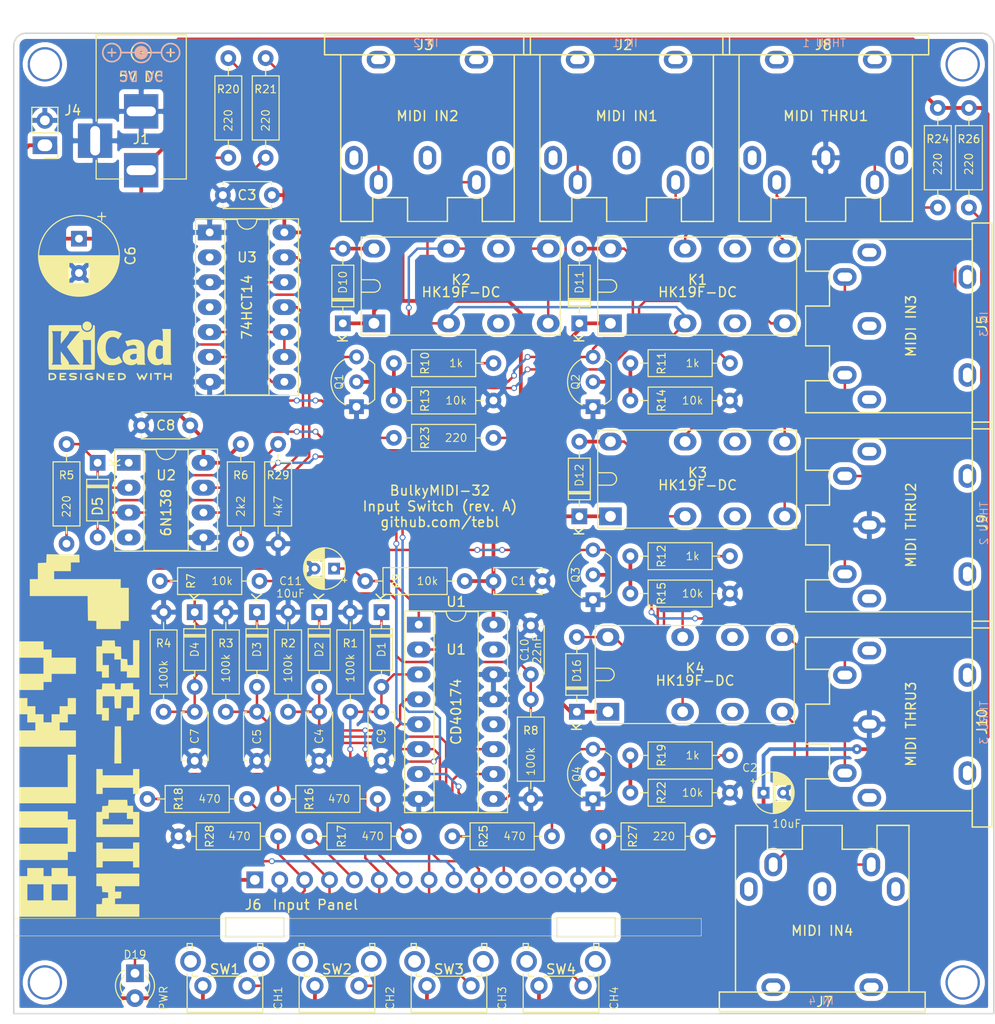
<source format=kicad_pcb>
(kicad_pcb (version 20171130) (host pcbnew "(5.1.8)-1")
  (layers (0 F.Cu signal) (31 B.Cu signal) (34 B.Paste user) (35 F.Paste user) (36 B.SilkS user) (37 F.SilkS user) (38 B.Mask user) (39 F.Mask user) (44 Edge.Cuts user))
  (net 0 "")
  (net 1 GND)
  (net 2 +5V)
  (net 3 "Net-(J2-Pad5)")
  (net 4 "Net-(J5-Pad5)")
  (net 5 /SW1)
  (net 6 /SW2)
  (net 7 /SW3)
  (net 8 /SW4)
  (net 9 "Net-(C10-Pad1)")
  (net 10 "Net-(C11-Pad1)")
  (net 11 "Net-(D1-Pad1)")
  (net 12 /LED2)
  (net 13 /LED1)
  (net 14 /LED3)
  (net 15 "Net-(D10-Pad2)")
  (net 16 "Net-(D11-Pad2)")
  (net 17 "Net-(D12-Pad2)")
  (net 18 /LED4)
  (net 19 "Net-(D16-Pad2)")
  (net 20 /PWR)
  (net 21 "Net-(J3-Pad5)")
  (net 22 "Net-(J7-Pad5)")
  (net 23 "Net-(J8-Pad5)")
  (net 24 "Net-(J9-Pad5)")
  (net 25 "Net-(Q1-Pad2)")
  (net 26 "Net-(Q2-Pad2)")
  (net 27 "Net-(Q3-Pad2)")
  (net 28 "Net-(Q4-Pad2)")
  (net 29 /CH2)
  (net 30 /CH1)
  (net 31 /CH3)
  (net 32 /CH4)
  (net 33 "Net-(D5-Pad1)")
  (net 34 MIDI_P5)
  (net 35 "Net-(J2-Pad4)")
  (net 36 "Net-(J3-Pad4)")
  (net 37 "Net-(J5-Pad4)")
  (net 38 "Net-(J7-Pad4)")
  (net 39 "Net-(J8-Pad4)")
  (net 40 "Net-(J9-Pad4)")
  (net 41 "Net-(J10-Pad5)")
  (net 42 "Net-(J10-Pad4)")
  (net 43 MIDI_P4)
  (net 44 "Net-(R6-Pad2)")
  (net 45 "Net-(R20-Pad2)")
  (net 46 "Net-(R21-Pad2)")
  (net 47 "Net-(R23-Pad2)")
  (net 48 "Net-(U3-Pad10)")
  (net 49 "Net-(R29-Pad1)")
  (module BulkyMIDI-32:Input_Panel (layer F.Cu) (at 120.18 140.97)
    (fp_text reference J6 (at -25.565 2.54 180) (layer F.SilkS))
    (fp_text value "Input Panel" (at -19.215 2.54) (layer F.SilkS))
    (pad 15 thru_hole oval (at 10.16 0) (size 1.7 1.7) (drill 1) (layers *.Cu *.Mask) (net 2 +5V))
    (pad 14 thru_hole oval (at 7.62 0) (size 1.7 1.7) (drill 1) (layers *.Cu *.Mask) (net 1 GND))
    (pad 13 thru_hole oval (at 5.08 0) (size 1.7 1.7) (drill 1) (layers *.Cu *.Mask))
    (pad 12 thru_hole oval (at 2.54 0) (size 1.7 1.7) (drill 1) (layers *.Cu *.Mask))
    (pad 11 thru_hole oval (at 0 0) (size 1.7 1.7) (drill 1) (layers *.Cu *.Mask) (net 18 /LED4))
    (pad 10 thru_hole oval (at -2.54 0) (size 1.7 1.7) (drill 1) (layers *.Cu *.Mask) (net 8 /SW4))
    (pad 9 thru_hole oval (at -5.08 0) (size 1.7 1.7) (drill 1) (layers *.Cu *.Mask) (net 14 /LED3))
    (pad 8 thru_hole oval (at -7.62 0) (size 1.7 1.7) (drill 1) (layers *.Cu *.Mask) (net 7 /SW3))
    (pad 7 thru_hole oval (at -10.16 0) (size 1.7 1.7) (drill 1) (layers *.Cu *.Mask) (net 12 /LED2))
    (pad 6 thru_hole oval (at -12.7 0) (size 1.7 1.7) (drill 1) (layers *.Cu *.Mask) (net 6 /SW2))
    (pad 5 thru_hole oval (at -15.24 0) (size 1.7 1.7) (drill 1) (layers *.Cu *.Mask) (net 13 /LED1))
    (pad 1 thru_hole rect (at -25.4 0) (size 1.7 1.7) (drill 1) (layers *.Cu *.Mask) (net 2 +5V))
    (pad 2 thru_hole oval (at -22.86 0) (size 1.7 1.7) (drill 1) (layers *.Cu *.Mask) (net 1 GND))
    (pad 3 thru_hole oval (at -20.32 0) (size 1.7 1.7) (drill 1) (layers *.Cu *.Mask) (net 20 /PWR))
    (pad 4 thru_hole oval (at -17.78 0) (size 1.7 1.7) (drill 1) (layers *.Cu *.Mask) (net 5 /SW1))
  )
  (module Resistor_THT:R_Axial_DIN0207_L6.3mm_D2.5mm_P10.16mm_Horizontal (layer F.Cu) (at 95.885 57.15 270)
    (fp_text reference R21 (at 3.175 0 180) (layer F.SilkS) (effects (font (size 0.8 0.8) (thickness 0.1))))
    (fp_text value 220 (at 6.35 0 270) (layer F.SilkS) (effects (font (size 0.8 0.8) (thickness 0.1))))
    (fp_text user %R (at 3.175 0 180) (layer F.SilkS) (effects (font (size 0.8 0.8) (thickness 0.1))))
    (pad 1 thru_hole circle (at 0 0 270) (size 1.6 1.6) (drill 0.8) (layers *.Cu *.Mask) (net 24 "Net-(J9-Pad5)"))
    (pad 2 thru_hole oval (at 10.16 0 270) (size 1.6 1.6) (drill 0.8) (layers *.Cu *.Mask) (net 46 "Net-(R21-Pad2)"))
  )
  (module Capacitor_THT:C_Disc_D4.7mm_W2.5mm_P5.00mm (layer F.Cu) (at 83.185 94.615)
    (fp_text reference C8 (at 2.5 0) (layer F.SilkS))
    (fp_text value 100nF)
    (pad 2 thru_hole circle (at 5 0) (size 1.6 1.6) (drill 0.8) (layers *.Cu *.Mask) (net 2 +5V))
    (pad 1 thru_hole circle (at 0 0) (size 1.6 1.6) (drill 0.8) (layers *.Cu *.Mask) (net 1 GND))
  )
  (module Package_TO_SOT_THT:TO-92_Inline_Wide (layer F.Cu) (at 129.286 132.715 90)
    (fp_text reference Q4 (at 2.54 -1.651 90) (layer F.SilkS) (effects (font (size 0.8 0.8) (thickness 0.1))))
    (fp_text value 2N3904)
    (pad 2 thru_hole circle (at 2.54 0 90) (size 1.5 1.5) (drill 0.8) (layers *.Cu *.Mask) (net 28 "Net-(Q4-Pad2)"))
    (pad 3 thru_hole circle (at 5.08 0 90) (size 1.5 1.5) (drill 0.8) (layers *.Cu *.Mask) (net 19 "Net-(D16-Pad2)"))
    (pad 1 thru_hole rect (at 0 0 90) (size 1.5 1.5) (drill 0.8) (layers *.Cu *.Mask) (net 1 GND))
  )
  (module resistor:R_Axial_DIN0207_L6.3mm_D2.5mm_P10.16mm_Horizontal (layer F.Cu) (at 108.966 88.265)
    (fp_text reference R10 (at 3.175 0 90) (layer F.SilkS) (effects (font (size 0.8 0.8) (thickness 0.1))))
    (fp_text value 1k (at 6.35 0) (layer F.SilkS) (effects (font (size 0.8 0.8) (thickness 0.1))))
    (fp_text user %R (at 3.175 0 90) (layer F.SilkS) (effects (font (size 0.8 0.8) (thickness 0.1))))
    (pad 1 thru_hole circle (at 0 0) (size 1.6 1.6) (drill 0.8) (layers *.Cu *.Mask) (net 25 "Net-(Q1-Pad2)"))
    (pad 2 thru_hole oval (at 10.16 0) (size 1.6 1.6) (drill 0.8) (layers *.Cu *.Mask) (net 29 /CH2))
  )
  (module resistor:R_Axial_DIN0207_L6.3mm_D2.5mm_P10.16mm_Horizontal (layer F.Cu) (at 119.126 92.075 180)
    (fp_text reference R13 (at 6.985 0 90) (layer F.SilkS) (effects (font (size 0.8 0.8) (thickness 0.1))))
    (fp_text value 10k (at 3.81 0) (layer F.SilkS) (effects (font (size 0.8 0.8) (thickness 0.1))))
    (fp_text user %R (at 6.985 0 90) (layer F.SilkS) (effects (font (size 0.8 0.8) (thickness 0.1))))
    (pad 2 thru_hole oval (at 10.16 0 180) (size 1.6 1.6) (drill 0.8) (layers *.Cu *.Mask) (net 25 "Net-(Q1-Pad2)"))
    (pad 1 thru_hole circle (at 0 0 180) (size 1.6 1.6) (drill 0.8) (layers *.Cu *.Mask) (net 1 GND))
  )
  (module Package_TO_SOT_THT:TO-92_Inline_Wide (layer F.Cu) (at 105.156 92.71 90)
    (fp_text reference Q1 (at 2.54 -1.778 90) (layer F.SilkS) (effects (font (size 0.8 0.8) (thickness 0.1))))
    (fp_text value 2N3904)
    (pad 1 thru_hole rect (at 0 0 90) (size 1.5 1.5) (drill 0.8) (layers *.Cu *.Mask) (net 1 GND))
    (pad 3 thru_hole circle (at 5.08 0 90) (size 1.5 1.5) (drill 0.8) (layers *.Cu *.Mask) (net 15 "Net-(D10-Pad2)"))
    (pad 2 thru_hole circle (at 2.54 0 90) (size 1.5 1.5) (drill 0.8) (layers *.Cu *.Mask) (net 25 "Net-(Q1-Pad2)"))
  )
  (module mounting:M3 (layer F.Cu) (at 73.355 151.435)
    (fp_text reference M1 hide)
    (fp_text value Mounting hide)
    (pad "" np_thru_hole circle (at 0 0) (size 3.5 3.5) (drill 3.048) (layers *.Cu *.Mask))
  )
  (module Button_Switch_THT:SW_Tactile_SPST_Angled_PTS645Vx39-2LFS (layer F.Cu) (at 128.27 151.77 180)
    (fp_text reference SW4 (at 2.25 1.68) (layer F.SilkS))
    (fp_text value CH4 (at -3.175 -1.265 90) (layer F.SilkS) (effects (font (size 0.8 0.8) (thickness 0.1))))
    (pad "" thru_hole circle (at 5.76 2.49 180) (size 2.1 2.1) (drill 1.3) (layers *.Cu *.Mask))
    (pad 2 thru_hole circle (at 4.5 0 180) (size 1.75 1.75) (drill 0.99) (layers *.Cu *.Mask) (net 2 +5V))
    (pad 1 thru_hole circle (at 0 0 180) (size 1.75 1.75) (drill 0.99) (layers *.Cu *.Mask) (net 8 /SW4))
    (pad "" thru_hole circle (at -1.25 2.49 180) (size 2.1 2.1) (drill 1.3) (layers *.Cu *.Mask))
  )
  (module Package_DIP:DIP-16_W7.62mm_Socket_LongPads (layer F.Cu) (at 111.506 114.935)
    (fp_text reference U1 (at 3.81 -2.33) (layer F.SilkS))
    (fp_text value CD40174 (at 3.81 8.89 90) (layer F.SilkS))
    (fp_text user %R (at 3.81 2.54) (layer F.SilkS))
    (pad 1 thru_hole rect (at 0 0) (size 2.4 1.6) (drill 0.8) (layers *.Cu *.Mask) (net 10 "Net-(C11-Pad1)"))
    (pad 9 thru_hole oval (at 7.62 17.78) (size 2.4 1.6) (drill 0.8) (layers *.Cu *.Mask) (net 9 "Net-(C10-Pad1)"))
    (pad 2 thru_hole oval (at 0 2.54) (size 2.4 1.6) (drill 0.8) (layers *.Cu *.Mask) (net 30 /CH1))
    (pad 10 thru_hole oval (at 7.62 15.24) (size 2.4 1.6) (drill 0.8) (layers *.Cu *.Mask) (net 32 /CH4))
    (pad 3 thru_hole oval (at 0 5.08) (size 2.4 1.6) (drill 0.8) (layers *.Cu *.Mask) (net 5 /SW1))
    (pad 11 thru_hole oval (at 7.62 12.7) (size 2.4 1.6) (drill 0.8) (layers *.Cu *.Mask) (net 8 /SW4))
    (pad 4 thru_hole oval (at 0 7.62) (size 2.4 1.6) (drill 0.8) (layers *.Cu *.Mask) (net 6 /SW2))
    (pad 12 thru_hole oval (at 7.62 10.16) (size 2.4 1.6) (drill 0.8) (layers *.Cu *.Mask))
    (pad 5 thru_hole oval (at 0 10.16) (size 2.4 1.6) (drill 0.8) (layers *.Cu *.Mask) (net 29 /CH2))
    (pad 13 thru_hole oval (at 7.62 7.62) (size 2.4 1.6) (drill 0.8) (layers *.Cu *.Mask) (net 1 GND))
    (pad 6 thru_hole oval (at 0 12.7) (size 2.4 1.6) (drill 0.8) (layers *.Cu *.Mask) (net 7 /SW3))
    (pad 14 thru_hole oval (at 7.62 5.08) (size 2.4 1.6) (drill 0.8) (layers *.Cu *.Mask) (net 1 GND))
    (pad 7 thru_hole oval (at 0 15.24) (size 2.4 1.6) (drill 0.8) (layers *.Cu *.Mask) (net 31 /CH3))
    (pad 15 thru_hole oval (at 7.62 2.54) (size 2.4 1.6) (drill 0.8) (layers *.Cu *.Mask))
    (pad 8 thru_hole oval (at 0 17.78) (size 2.4 1.6) (drill 0.8) (layers *.Cu *.Mask) (net 1 GND))
    (pad 16 thru_hole oval (at 7.62 0) (size 2.4 1.6) (drill 0.8) (layers *.Cu *.Mask) (net 2 +5V))
  )
  (module artwork:BulkyMIDI-32_8bit (layer F.Cu) (at 76.835 125.73 90)
    (fp_text reference G*** hide)
    (fp_text value LOGO hide)
  )
  (module BulkyMIDI-32:PWR_Specification (layer F.Cu) (at 83.185 56.515)
    (fp_text reference SYM1 hide)
    (fp_text value DC_5V)
    (fp_text user + (at -3 0 180) (layer B.SilkS))
    (fp_text user - (at 3 0 180) (layer B.SilkS))
    (fp_text user - (at -3 0) (layer F.SilkS))
    (fp_text user + (at 3 0) (layer F.SilkS))
  )
  (module mounting:M3 (layer F.Cu) (at 167.005 57.785)
    (fp_text reference M3 hide)
    (fp_text value Mounting hide)
    (pad "" np_thru_hole circle (at 0 0) (size 3.5 3.5) (drill 3.048) (layers *.Cu *.Mask))
  )
  (module mounting:M3 (layer F.Cu) (at 73.355 57.785)
    (fp_text reference M4 hide)
    (fp_text value Mounting hide)
    (pad "" np_thru_hole circle (at 0 0) (size 3.5 3.5) (drill 3.048) (layers *.Cu *.Mask))
  )
  (module Symbols:KiCad-Logo2_6mm_SilkScreen (layer F.Cu) (at 80.01 86.995)
    (fp_text reference REF*** hide)
    (fp_text value KiCad-Logo2_6mm_SilkScreen hide)
  )
  (module Connectors:BARREL_JACK (layer F.Cu) (at 83.185 68.58 270)
    (fp_text reference J1 (at -3.175 0) (layer F.SilkS))
    (fp_text value "DC IN")
    (pad 3 thru_hole rect (at -3 4.7 270) (size 3.5 3.5) (drill oval 3 1) (layers *.Cu *.Mask) (net 1 GND))
    (pad 2 thru_hole rect (at -6 0 270) (size 3.5 3.5) (drill oval 1 3) (layers *.Cu *.Mask) (net 1 GND))
    (pad 1 thru_hole rect (at 0 0 270) (size 3.5 3.5) (drill oval 1 3) (layers *.Cu *.Mask) (net 2 +5V))
  )
  (module mounting:M3 (layer F.Cu) (at 167.005 151.435)
    (fp_text reference M2 hide)
    (fp_text value Mounting hide)
    (pad "" np_thru_hole circle (at 0 0) (size 3.5 3.5) (drill 3.048) (layers *.Cu *.Mask))
  )
  (module BulkyMIDI-32:Conn_Power (layer F.Cu) (at 73.355 66.04 180)
    (fp_text reference J4 (at -2.845 3.556 180) (layer F.SilkS))
    (fp_text value Conn_Power)
    (pad 1 thru_hole rect (at 0 0 180) (size 2.5 1.8) (drill oval 1.5 1.2) (layers *.Cu *.Mask) (net 2 +5V))
    (pad 2 thru_hole oval (at 0 2.54 180) (size 1.7 1.7) (drill 1) (layers *.Cu *.Mask) (net 1 GND))
  )
  (module Button_Switch_THT:SW_Tactile_SPST_Angled_PTS645Vx39-2LFS (layer F.Cu) (at 93.98 151.77 180)
    (fp_text reference SW1 (at 2.25 1.68) (layer F.SilkS))
    (fp_text value CH1 (at -3.175 -1.265 90) (layer F.SilkS) (effects (font (size 0.8 0.8) (thickness 0.1))))
    (pad "" thru_hole circle (at 5.76 2.49 180) (size 2.1 2.1) (drill 1.3) (layers *.Cu *.Mask))
    (pad 2 thru_hole circle (at 4.5 0 180) (size 1.75 1.75) (drill 0.99) (layers *.Cu *.Mask) (net 2 +5V))
    (pad 1 thru_hole circle (at 0 0 180) (size 1.75 1.75) (drill 0.99) (layers *.Cu *.Mask) (net 5 /SW1))
    (pad "" thru_hole circle (at -1.25 2.49 180) (size 2.1 2.1) (drill 1.3) (layers *.Cu *.Mask))
  )
  (module Button_Switch_THT:SW_Tactile_SPST_Angled_PTS645Vx39-2LFS (layer F.Cu) (at 105.41 151.77 180)
    (fp_text reference SW2 (at 2.25 1.68) (layer F.SilkS))
    (fp_text value CH2 (at -3.175 -1.265 90) (layer F.SilkS) (effects (font (size 0.8 0.8) (thickness 0.1))))
    (pad "" thru_hole circle (at -1.25 2.49 180) (size 2.1 2.1) (drill 1.3) (layers *.Cu *.Mask))
    (pad 1 thru_hole circle (at 0 0 180) (size 1.75 1.75) (drill 0.99) (layers *.Cu *.Mask) (net 6 /SW2))
    (pad 2 thru_hole circle (at 4.5 0 180) (size 1.75 1.75) (drill 0.99) (layers *.Cu *.Mask) (net 2 +5V))
    (pad "" thru_hole circle (at 5.76 2.49 180) (size 2.1 2.1) (drill 1.3) (layers *.Cu *.Mask))
  )
  (module Button_Switch_THT:SW_Tactile_SPST_Angled_PTS645Vx39-2LFS (layer F.Cu) (at 116.84 151.77 180)
    (fp_text reference SW3 (at 2.25 1.68) (layer F.SilkS))
    (fp_text value CH3 (at -3.175 -1.265 90) (layer F.SilkS) (effects (font (size 0.8 0.8) (thickness 0.1))))
    (pad "" thru_hole circle (at -1.25 2.49 180) (size 2.1 2.1) (drill 1.3) (layers *.Cu *.Mask))
    (pad 1 thru_hole circle (at 0 0 180) (size 1.75 1.75) (drill 0.99) (layers *.Cu *.Mask) (net 7 /SW3))
    (pad 2 thru_hole circle (at 4.5 0 180) (size 1.75 1.75) (drill 0.99) (layers *.Cu *.Mask) (net 2 +5V))
    (pad "" thru_hole circle (at 5.76 2.49 180) (size 2.1 2.1) (drill 1.3) (layers *.Cu *.Mask))
  )
  (module Capacitor_THT:CP_Radial_D4.0mm_P2.00mm (layer F.Cu) (at 146.685 132.08)
    (fp_text reference C2 (at -1.397 -2.54) (layer F.SilkS) (effects (font (size 0.8 0.8) (thickness 0.1))))
    (fp_text value 10uF (at 2.375 3.175) (layer F.SilkS) (effects (font (size 0.8 0.8) (thickness 0.1))))
    (pad 2 thru_hole circle (at 2 0) (size 1.2 1.2) (drill 0.6) (layers *.Cu *.Mask) (net 1 GND))
    (pad 1 thru_hole rect (at 0 0) (size 1.2 1.2) (drill 0.6) (layers *.Cu *.Mask) (net 2 +5V))
  )
  (module Capacitor_THT:C_Disc_D4.7mm_W2.5mm_P5.00mm (layer F.Cu) (at 107.696 123.825 270)
    (fp_text reference C9 (at 2.5 0 270) (layer F.SilkS) (effects (font (size 0.8 0.8) (thickness 0.1))))
    (fp_text value 100nF)
    (pad 2 thru_hole circle (at 5 0 270) (size 1.6 1.6) (drill 0.8) (layers *.Cu *.Mask) (net 1 GND))
    (pad 1 thru_hole circle (at 0 0 270) (size 1.6 1.6) (drill 0.8) (layers *.Cu *.Mask) (net 5 /SW1))
  )
  (module Capacitor_THT:C_Disc_D4.7mm_W2.5mm_P5.00mm (layer F.Cu) (at 101.346 123.825 270)
    (fp_text reference C4 (at 2.5 0 270) (layer F.SilkS) (effects (font (size 0.8 0.8) (thickness 0.1))))
    (fp_text value 100nF)
    (pad 1 thru_hole circle (at 0 0 270) (size 1.6 1.6) (drill 0.8) (layers *.Cu *.Mask) (net 6 /SW2))
    (pad 2 thru_hole circle (at 5 0 270) (size 1.6 1.6) (drill 0.8) (layers *.Cu *.Mask) (net 1 GND))
  )
  (module Capacitor_THT:C_Disc_D4.7mm_W2.5mm_P5.00mm (layer F.Cu) (at 94.996 123.825 270)
    (fp_text reference C5 (at 2.54 0 270) (layer F.SilkS) (effects (font (size 0.8 0.8) (thickness 0.1))))
    (fp_text value 100nF)
    (pad 2 thru_hole circle (at 5 0 270) (size 1.6 1.6) (drill 0.8) (layers *.Cu *.Mask) (net 1 GND))
    (pad 1 thru_hole circle (at 0 0 270) (size 1.6 1.6) (drill 0.8) (layers *.Cu *.Mask) (net 7 /SW3))
  )
  (module Capacitor_THT:C_Disc_D4.7mm_W2.5mm_P5.00mm (layer F.Cu) (at 88.646 123.825 270)
    (fp_text reference C7 (at 2.5 0 270) (layer F.SilkS) (effects (font (size 0.8 0.8) (thickness 0.1))))
    (fp_text value 100nF)
    (pad 1 thru_hole circle (at 0 0 270) (size 1.6 1.6) (drill 0.8) (layers *.Cu *.Mask) (net 8 /SW4))
    (pad 2 thru_hole circle (at 5 0 270) (size 1.6 1.6) (drill 0.8) (layers *.Cu *.Mask) (net 1 GND))
  )
  (module Capacitor_THT:C_Disc_D4.7mm_W2.5mm_P5.00mm (layer F.Cu) (at 122.936 120.015 90)
    (fp_text reference C10 (at 2.5 -0.635 90) (layer F.SilkS) (effects (font (size 0.8 0.8) (thickness 0.1))))
    (fp_text value 22nF (at 2.54 0.635 90) (layer F.SilkS) (effects (font (size 0.8 0.8) (thickness 0.1))))
    (pad 2 thru_hole circle (at 5 0 90) (size 1.6 1.6) (drill 0.8) (layers *.Cu *.Mask) (net 1 GND))
    (pad 1 thru_hole circle (at 0 0 90) (size 1.6 1.6) (drill 0.8) (layers *.Cu *.Mask) (net 9 "Net-(C10-Pad1)"))
  )
  (module Capacitor_THT:CP_Radial_D4.0mm_P2.00mm (layer F.Cu) (at 102.87 109.22 180)
    (fp_text reference C11 (at 4.445 -1.27) (layer F.SilkS) (effects (font (size 0.8 0.8) (thickness 0.1))))
    (fp_text value 10uF (at 4.445 -2.54) (layer F.SilkS) (effects (font (size 0.8 0.8) (thickness 0.1))))
    (pad 2 thru_hole circle (at 2 0 180) (size 1.2 1.2) (drill 0.6) (layers *.Cu *.Mask) (net 1 GND))
    (pad 1 thru_hole rect (at 0 0 180) (size 1.2 1.2) (drill 0.6) (layers *.Cu *.Mask) (net 10 "Net-(C11-Pad1)"))
  )
  (module Diode_THT:D_DO-35_SOD27_P7.62mm_Horizontal (layer F.Cu) (at 107.696 113.665 270)
    (fp_text reference D1 (at 3.81 0 90) (layer F.SilkS) (effects (font (size 0.8 0.8) (thickness 0.1))))
    (fp_text value 1N4148)
    (fp_text user K (at -1.524 0 90) (layer F.SilkS))
    (pad 2 thru_hole oval (at 7.62 0 270) (size 1.6 1.6) (drill 0.8) (layers *.Cu *.Mask) (net 5 /SW1))
    (pad 1 thru_hole rect (at 0 0 270) (size 1.6 1.6) (drill 0.8) (layers *.Cu *.Mask) (net 11 "Net-(D1-Pad1)"))
  )
  (module Diode_THT:D_DO-35_SOD27_P7.62mm_Horizontal (layer F.Cu) (at 101.346 113.665 270)
    (fp_text reference D2 (at 3.81 0 90) (layer F.SilkS) (effects (font (size 0.8 0.8) (thickness 0.1))))
    (fp_text value 1N4148)
    (fp_text user K (at -1.524 0 90) (layer F.SilkS))
    (pad 1 thru_hole rect (at 0 0 270) (size 1.6 1.6) (drill 0.8) (layers *.Cu *.Mask) (net 11 "Net-(D1-Pad1)"))
    (pad 2 thru_hole oval (at 7.62 0 270) (size 1.6 1.6) (drill 0.8) (layers *.Cu *.Mask) (net 6 /SW2))
  )
  (module Diode_THT:D_DO-35_SOD27_P7.62mm_Horizontal (layer F.Cu) (at 94.996 113.665 270)
    (fp_text reference D3 (at 3.81 0 90) (layer F.SilkS) (effects (font (size 0.8 0.8) (thickness 0.1))))
    (fp_text value 1N4148)
    (fp_text user K (at -1.524 0 90) (layer F.SilkS))
    (pad 2 thru_hole oval (at 7.62 0 270) (size 1.6 1.6) (drill 0.8) (layers *.Cu *.Mask) (net 7 /SW3))
    (pad 1 thru_hole rect (at 0 0 270) (size 1.6 1.6) (drill 0.8) (layers *.Cu *.Mask) (net 11 "Net-(D1-Pad1)"))
  )
  (module Diode_THT:D_DO-35_SOD27_P7.62mm_Horizontal (layer F.Cu) (at 88.646 113.665 270)
    (fp_text reference D4 (at 3.81 0 90) (layer F.SilkS) (effects (font (size 0.8 0.8) (thickness 0.1))))
    (fp_text value 1N4148)
    (fp_text user K (at -1.524 0 90) (layer F.SilkS))
    (pad 2 thru_hole oval (at 7.62 0 270) (size 1.6 1.6) (drill 0.8) (layers *.Cu *.Mask) (net 8 /SW4))
    (pad 1 thru_hole rect (at 0 0 270) (size 1.6 1.6) (drill 0.8) (layers *.Cu *.Mask) (net 11 "Net-(D1-Pad1)"))
  )
  (module Diode_THT:D_DO-35_SOD27_P7.62mm_Horizontal (layer F.Cu) (at 103.759 84.201 90)
    (fp_text reference D10 (at 4.191 0 90) (layer F.SilkS) (effects (font (size 0.8 0.8) (thickness 0.1))))
    (fp_text value 1N4148)
    (fp_text user K (at -1.524 0 90) (layer F.SilkS))
    (pad 1 thru_hole rect (at 0 0 90) (size 1.6 1.6) (drill 0.8) (layers *.Cu *.Mask) (net 2 +5V))
    (pad 2 thru_hole oval (at 7.62 0 90) (size 1.6 1.6) (drill 0.8) (layers *.Cu *.Mask) (net 15 "Net-(D10-Pad2)"))
  )
  (module Diode_THT:D_DO-35_SOD27_P7.62mm_Horizontal (layer F.Cu) (at 127.889 84.201 90)
    (fp_text reference D11 (at 4.191 0 90) (layer F.SilkS) (effects (font (size 0.8 0.8) (thickness 0.1))))
    (fp_text value 1N4148)
    (fp_text user K (at -1.524 0 90) (layer F.SilkS))
    (pad 2 thru_hole oval (at 7.62 0 90) (size 1.6 1.6) (drill 0.8) (layers *.Cu *.Mask) (net 16 "Net-(D11-Pad2)"))
    (pad 1 thru_hole rect (at 0 0 90) (size 1.6 1.6) (drill 0.8) (layers *.Cu *.Mask) (net 2 +5V))
  )
  (module Diode_THT:D_DO-35_SOD27_P7.62mm_Horizontal (layer F.Cu) (at 127.889 103.886 90)
    (fp_text reference D12 (at 4.191 0 90) (layer F.SilkS) (effects (font (size 0.8 0.8) (thickness 0.1))))
    (fp_text value 1N4148)
    (fp_text user K (at -1.524 0 90) (layer F.SilkS))
    (pad 2 thru_hole oval (at 7.62 0 90) (size 1.6 1.6) (drill 0.8) (layers *.Cu *.Mask) (net 17 "Net-(D12-Pad2)"))
    (pad 1 thru_hole rect (at 0 0 90) (size 1.6 1.6) (drill 0.8) (layers *.Cu *.Mask) (net 2 +5V))
  )
  (module Diode_THT:D_DO-35_SOD27_P7.62mm_Horizontal (layer F.Cu) (at 127.635 123.825 90)
    (fp_text reference D16 (at 4.191 0 90) (layer F.SilkS) (effects (font (size 0.8 0.8) (thickness 0.1))))
    (fp_text value 1N4148)
    (fp_text user K (at -1.524 0 90) (layer F.SilkS))
    (pad 1 thru_hole rect (at 0 0 90) (size 1.6 1.6) (drill 0.8) (layers *.Cu *.Mask) (net 2 +5V))
    (pad 2 thru_hole oval (at 7.62 0 90) (size 1.6 1.6) (drill 0.8) (layers *.Cu *.Mask) (net 19 "Net-(D16-Pad2)"))
  )
  (module LED_THT:LED_D3.0mm (layer F.Cu) (at 82.55 150.495 270)
    (fp_text reference D19 (at -1.905 0 180) (layer F.SilkS) (effects (font (size 0.8 0.8) (thickness 0.1))))
    (fp_text value PWR (at 2.54 -2.921 90) (layer F.SilkS) (effects (font (size 0.8 0.8) (thickness 0.1))))
    (pad 2 thru_hole circle (at 2.54 0 270) (size 1.8 1.8) (drill 0.9) (layers *.Cu *.Mask) (net 2 +5V))
    (pad 1 thru_hole rect (at 0 0 270) (size 1.8 1.8) (drill 0.9) (layers *.Cu *.Mask) (net 20 /PWR))
  )
  (module HK19F-DC:HK19F-DC (layer F.Cu) (at 106.934 84.201)
    (fp_text reference K2 (at 8.89 -4.445) (layer F.SilkS))
    (fp_text value HK19F-DC (at 8.89 -3.175) (layer F.SilkS))
    (pad 16 thru_hole oval (at 0 -7.62) (size 2.3 1.8) (drill 1.1) (layers *.Cu *.Mask) (net 15 "Net-(D10-Pad2)"))
    (pad 13 thru_hole oval (at 7.62 -7.62) (size 2.3 1.8) (drill 1.1) (layers *.Cu *.Mask) (net 43 MIDI_P4))
    (pad 11 thru_hole oval (at 12.7 -7.62) (size 2.3 1.8) (drill 1.1) (layers *.Cu *.Mask))
    (pad 9 thru_hole oval (at 17.78 -7.62) (size 2.3 1.8) (drill 1.1) (layers *.Cu *.Mask) (net 36 "Net-(J3-Pad4)"))
    (pad 8 thru_hole oval (at 17.78 0) (size 2.3 1.8) (drill 1.1) (layers *.Cu *.Mask) (net 21 "Net-(J3-Pad5)"))
    (pad 6 thru_hole oval (at 12.7 0) (size 2.3 1.8) (drill 1.1) (layers *.Cu *.Mask))
    (pad 4 thru_hole oval (at 7.62 0) (size 2.3 1.8) (drill 1.1) (layers *.Cu *.Mask) (net 34 MIDI_P5))
    (pad 1 thru_hole rect (at 0 0) (size 2.3 1.8) (drill 1.1) (layers *.Cu *.Mask) (net 2 +5V))
  )
  (module HK19F-DC:HK19F-DC (layer F.Cu) (at 131.064 84.201)
    (fp_text reference K1 (at 8.89 -4.445) (layer F.SilkS))
    (fp_text value HK19F-DC (at 8.89 -3.175) (layer F.SilkS))
    (pad 1 thru_hole rect (at 0 0) (size 2.3 1.8) (drill 1.1) (layers *.Cu *.Mask) (net 2 +5V))
    (pad 4 thru_hole oval (at 7.62 0) (size 2.3 1.8) (drill 1.1) (layers *.Cu *.Mask) (net 34 MIDI_P5))
    (pad 6 thru_hole oval (at 12.7 0) (size 2.3 1.8) (drill 1.1) (layers *.Cu *.Mask))
    (pad 8 thru_hole oval (at 17.78 0) (size 2.3 1.8) (drill 1.1) (layers *.Cu *.Mask) (net 3 "Net-(J2-Pad5)"))
    (pad 9 thru_hole oval (at 17.78 -7.62) (size 2.3 1.8) (drill 1.1) (layers *.Cu *.Mask) (net 35 "Net-(J2-Pad4)"))
    (pad 11 thru_hole oval (at 12.7 -7.62) (size 2.3 1.8) (drill 1.1) (layers *.Cu *.Mask))
    (pad 13 thru_hole oval (at 7.62 -7.62) (size 2.3 1.8) (drill 1.1) (layers *.Cu *.Mask) (net 43 MIDI_P4))
    (pad 16 thru_hole oval (at 0 -7.62) (size 2.3 1.8) (drill 1.1) (layers *.Cu *.Mask) (net 16 "Net-(D11-Pad2)"))
  )
  (module HK19F-DC:HK19F-DC (layer F.Cu) (at 131.064 103.886)
    (fp_text reference K3 (at 8.89 -4.445) (layer F.SilkS))
    (fp_text value HK19F-DC (at 8.89 -3.175) (layer F.SilkS))
    (pad 1 thru_hole rect (at 0 0) (size 2.3 1.8) (drill 1.1) (layers *.Cu *.Mask) (net 2 +5V))
    (pad 4 thru_hole oval (at 7.62 0) (size 2.3 1.8) (drill 1.1) (layers *.Cu *.Mask) (net 34 MIDI_P5))
    (pad 6 thru_hole oval (at 12.7 0) (size 2.3 1.8) (drill 1.1) (layers *.Cu *.Mask))
    (pad 8 thru_hole oval (at 17.78 0) (size 2.3 1.8) (drill 1.1) (layers *.Cu *.Mask) (net 4 "Net-(J5-Pad5)"))
    (pad 9 thru_hole oval (at 17.78 -7.62) (size 2.3 1.8) (drill 1.1) (layers *.Cu *.Mask) (net 37 "Net-(J5-Pad4)"))
    (pad 11 thru_hole oval (at 12.7 -7.62) (size 2.3 1.8) (drill 1.1) (layers *.Cu *.Mask))
    (pad 13 thru_hole oval (at 7.62 -7.62) (size 2.3 1.8) (drill 1.1) (layers *.Cu *.Mask) (net 43 MIDI_P4))
    (pad 16 thru_hole oval (at 0 -7.62) (size 2.3 1.8) (drill 1.1) (layers *.Cu *.Mask) (net 17 "Net-(D12-Pad2)"))
  )
  (module HK19F-DC:HK19F-DC (layer F.Cu) (at 130.81 123.825)
    (fp_text reference K4 (at 8.89 -4.445) (layer F.SilkS))
    (fp_text value HK19F-DC (at 8.89 -3.175) (layer F.SilkS))
    (pad 16 thru_hole oval (at 0 -7.62) (size 2.3 1.8) (drill 1.1) (layers *.Cu *.Mask) (net 19 "Net-(D16-Pad2)"))
    (pad 13 thru_hole oval (at 7.62 -7.62) (size 2.3 1.8) (drill 1.1) (layers *.Cu *.Mask) (net 43 MIDI_P4))
    (pad 11 thru_hole oval (at 12.7 -7.62) (size 2.3 1.8) (drill 1.1) (layers *.Cu *.Mask))
    (pad 9 thru_hole oval (at 17.78 -7.62) (size 2.3 1.8) (drill 1.1) (layers *.Cu *.Mask) (net 38 "Net-(J7-Pad4)"))
    (pad 8 thru_hole oval (at 17.78 0) (size 2.3 1.8) (drill 1.1) (layers *.Cu *.Mask) (net 22 "Net-(J7-Pad5)"))
    (pad 6 thru_hole oval (at 12.7 0) (size 2.3 1.8) (drill 1.1) (layers *.Cu *.Mask))
    (pad 4 thru_hole oval (at 7.62 0) (size 2.3 1.8) (drill 1.1) (layers *.Cu *.Mask) (net 34 MIDI_P5))
    (pad 1 thru_hole rect (at 0 0) (size 2.3 1.8) (drill 1.1) (layers *.Cu *.Mask) (net 2 +5V))
  )
  (module Capacitor_THT:C_Disc_D4.7mm_W2.5mm_P5.00mm (layer F.Cu) (at 119.126 110.49)
    (fp_text reference C1 (at 2.54 0) (layer F.SilkS) (effects (font (size 0.8 0.8) (thickness 0.1))))
    (fp_text value 100nF)
    (pad 2 thru_hole circle (at 5 0) (size 1.6 1.6) (drill 0.8) (layers *.Cu *.Mask) (net 1 GND))
    (pad 1 thru_hole circle (at 0 0) (size 1.6 1.6) (drill 0.8) (layers *.Cu *.Mask) (net 2 +5V))
  )
  (module Package_TO_SOT_THT:TO-92_Inline_Wide (layer F.Cu) (at 129.286 92.71 90)
    (fp_text reference Q2 (at 2.54 -1.778 90) (layer F.SilkS) (effects (font (size 0.8 0.8) (thickness 0.1))))
    (fp_text value 2N3904)
    (pad 2 thru_hole circle (at 2.54 0 90) (size 1.5 1.5) (drill 0.8) (layers *.Cu *.Mask) (net 26 "Net-(Q2-Pad2)"))
    (pad 3 thru_hole circle (at 5.08 0 90) (size 1.5 1.5) (drill 0.8) (layers *.Cu *.Mask) (net 16 "Net-(D11-Pad2)"))
    (pad 1 thru_hole rect (at 0 0 90) (size 1.5 1.5) (drill 0.8) (layers *.Cu *.Mask) (net 1 GND))
  )
  (module Package_TO_SOT_THT:TO-92_Inline_Wide (layer F.Cu) (at 129.286 112.395 90)
    (fp_text reference Q3 (at 2.54 -1.778 90) (layer F.SilkS) (effects (font (size 0.8 0.8) (thickness 0.1))))
    (fp_text value 2N3904)
    (pad 2 thru_hole circle (at 2.54 0 90) (size 1.5 1.5) (drill 0.8) (layers *.Cu *.Mask) (net 27 "Net-(Q3-Pad2)"))
    (pad 3 thru_hole circle (at 5.08 0 90) (size 1.5 1.5) (drill 0.8) (layers *.Cu *.Mask) (net 17 "Net-(D12-Pad2)"))
    (pad 1 thru_hole rect (at 0 0 90) (size 1.5 1.5) (drill 0.8) (layers *.Cu *.Mask) (net 1 GND))
  )
  (module resistor:R_Axial_DIN0207_L6.3mm_D2.5mm_P10.16mm_Horizontal (layer F.Cu) (at 104.521 123.825 90)
    (fp_text reference R1 (at 6.985 0) (layer F.SilkS) (effects (font (size 0.8 0.8) (thickness 0.1))))
    (fp_text value 100k (at 4.445 0 90) (layer F.SilkS) (effects (font (size 0.8 0.8) (thickness 0.1))))
    (fp_text user %R (at 6.985 0) (layer F.SilkS) (effects (font (size 0.8 0.8) (thickness 0.1))))
    (pad 2 thru_hole oval (at 10.16 0 90) (size 1.6 1.6) (drill 0.8) (layers *.Cu *.Mask) (net 1 GND))
    (pad 1 thru_hole circle (at 0 0 90) (size 1.6 1.6) (drill 0.8) (layers *.Cu *.Mask) (net 5 /SW1))
  )
  (module resistor:R_Axial_DIN0207_L6.3mm_D2.5mm_P10.16mm_Horizontal (layer F.Cu) (at 98.171 123.825 90)
    (fp_text reference R2 (at 6.985 0 180) (layer F.SilkS) (effects (font (size 0.8 0.8) (thickness 0.1))))
    (fp_text value 100k (at 4.445 0 90) (layer F.SilkS) (effects (font (size 0.8 0.8) (thickness 0.1))))
    (fp_text user %R (at 6.985 0) (layer F.SilkS) (effects (font (size 0.8 0.8) (thickness 0.1))))
    (pad 2 thru_hole oval (at 10.16 0 90) (size 1.6 1.6) (drill 0.8) (layers *.Cu *.Mask) (net 1 GND))
    (pad 1 thru_hole circle (at 0 0 90) (size 1.6 1.6) (drill 0.8) (layers *.Cu *.Mask) (net 6 /SW2))
  )
  (module resistor:R_Axial_DIN0207_L6.3mm_D2.5mm_P10.16mm_Horizontal (layer F.Cu) (at 91.821 123.825 90)
    (fp_text reference R3 (at 6.985 0 180) (layer F.SilkS) (effects (font (size 0.8 0.8) (thickness 0.1))))
    (fp_text value 100k (at 4.445 0 90) (layer F.SilkS) (effects (font (size 0.8 0.8) (thickness 0.1))))
    (fp_text user %R (at 6.985 0) (layer F.SilkS) (effects (font (size 0.8 0.8) (thickness 0.1))))
    (pad 2 thru_hole oval (at 10.16 0 90) (size 1.6 1.6) (drill 0.8) (layers *.Cu *.Mask) (net 1 GND))
    (pad 1 thru_hole circle (at 0 0 90) (size 1.6 1.6) (drill 0.8) (layers *.Cu *.Mask) (net 7 /SW3))
  )
  (module resistor:R_Axial_DIN0207_L6.3mm_D2.5mm_P10.16mm_Horizontal (layer F.Cu) (at 85.471 123.825 90)
    (fp_text reference R4 (at 6.985 0 180) (layer F.SilkS) (effects (font (size 0.8 0.8) (thickness 0.1))))
    (fp_text value 100k (at 3.81 0 90) (layer F.SilkS) (effects (font (size 0.8 0.8) (thickness 0.1))))
    (fp_text user %R (at 6.985 0) (layer F.SilkS) (effects (font (size 0.8 0.8) (thickness 0.1))))
    (pad 2 thru_hole oval (at 10.16 0 90) (size 1.6 1.6) (drill 0.8) (layers *.Cu *.Mask) (net 1 GND))
    (pad 1 thru_hole circle (at 0 0 90) (size 1.6 1.6) (drill 0.8) (layers *.Cu *.Mask) (net 8 /SW4))
  )
  (module resistor:R_Axial_DIN0207_L6.3mm_D2.5mm_P10.16mm_Horizontal (layer F.Cu) (at 95.25 110.49 180)
    (fp_text reference R7 (at 6.985 0 90) (layer F.SilkS) (effects (font (size 0.8 0.8) (thickness 0.1))))
    (fp_text value 10k (at 3.81 0) (layer F.SilkS) (effects (font (size 0.8 0.8) (thickness 0.1))))
    (fp_text user %R (at 6.985 0 90) (layer F.SilkS) (effects (font (size 0.8 0.8) (thickness 0.1))))
    (pad 1 thru_hole circle (at 0 0 180) (size 1.6 1.6) (drill 0.8) (layers *.Cu *.Mask) (net 9 "Net-(C10-Pad1)"))
    (pad 2 thru_hole oval (at 10.16 0 180) (size 1.6 1.6) (drill 0.8) (layers *.Cu *.Mask) (net 11 "Net-(D1-Pad1)"))
  )
  (module resistor:R_Axial_DIN0207_L6.3mm_D2.5mm_P10.16mm_Horizontal (layer F.Cu) (at 122.936 122.555 270)
    (fp_text reference R8 (at 3.175 0 180) (layer F.SilkS) (effects (font (size 0.8 0.8) (thickness 0.1))))
    (fp_text value 100k (at 6.35 0 90) (layer F.SilkS) (effects (font (size 0.8 0.8) (thickness 0.1))))
    (fp_text user %R (at 3.175 0) (layer F.SilkS) (effects (font (size 0.8 0.8) (thickness 0.1))))
    (pad 1 thru_hole circle (at 0 0 270) (size 1.6 1.6) (drill 0.8) (layers *.Cu *.Mask) (net 9 "Net-(C10-Pad1)"))
    (pad 2 thru_hole oval (at 10.16 0 270) (size 1.6 1.6) (drill 0.8) (layers *.Cu *.Mask) (net 1 GND))
  )
  (module resistor:R_Axial_DIN0207_L6.3mm_D2.5mm_P10.16mm_Horizontal (layer F.Cu) (at 116.205 110.49 180)
    (fp_text reference R9 (at 6.985 0 90) (layer F.SilkS) (effects (font (size 0.8 0.8) (thickness 0.1))))
    (fp_text value 10k (at 3.81 0) (layer F.SilkS) (effects (font (size 0.8 0.8) (thickness 0.1))))
    (fp_text user %R (at 6.985 0 90) (layer F.SilkS) (effects (font (size 0.8 0.8) (thickness 0.1))))
    (pad 1 thru_hole circle (at 0 0 180) (size 1.6 1.6) (drill 0.8) (layers *.Cu *.Mask) (net 2 +5V))
    (pad 2 thru_hole oval (at 10.16 0 180) (size 1.6 1.6) (drill 0.8) (layers *.Cu *.Mask) (net 10 "Net-(C11-Pad1)"))
  )
  (module resistor:R_Axial_DIN0207_L6.3mm_D2.5mm_P10.16mm_Horizontal (layer F.Cu) (at 133.096 88.265)
    (fp_text reference R11 (at 3.175 0 90) (layer F.SilkS) (effects (font (size 0.8 0.8) (thickness 0.1))))
    (fp_text value 1k (at 6.35 0) (layer F.SilkS) (effects (font (size 0.8 0.8) (thickness 0.1))))
    (fp_text user %R (at 3.175 0 90) (layer F.SilkS) (effects (font (size 0.8 0.8) (thickness 0.1))))
    (pad 1 thru_hole circle (at 0 0) (size 1.6 1.6) (drill 0.8) (layers *.Cu *.Mask) (net 26 "Net-(Q2-Pad2)"))
    (pad 2 thru_hole oval (at 10.16 0) (size 1.6 1.6) (drill 0.8) (layers *.Cu *.Mask) (net 30 /CH1))
  )
  (module resistor:R_Axial_DIN0207_L6.3mm_D2.5mm_P10.16mm_Horizontal (layer F.Cu) (at 133.096 107.95)
    (fp_text reference R12 (at 3.175 0 90) (layer F.SilkS) (effects (font (size 0.8 0.8) (thickness 0.1))))
    (fp_text value 1k (at 6.35 0) (layer F.SilkS) (effects (font (size 0.8 0.8) (thickness 0.1))))
    (fp_text user %R (at 3.175 0 90) (layer F.SilkS) (effects (font (size 0.8 0.8) (thickness 0.1))))
    (pad 2 thru_hole oval (at 10.16 0) (size 1.6 1.6) (drill 0.8) (layers *.Cu *.Mask) (net 31 /CH3))
    (pad 1 thru_hole circle (at 0 0) (size 1.6 1.6) (drill 0.8) (layers *.Cu *.Mask) (net 27 "Net-(Q3-Pad2)"))
  )
  (module resistor:R_Axial_DIN0207_L6.3mm_D2.5mm_P10.16mm_Horizontal (layer F.Cu) (at 143.256 92.075 180)
    (fp_text reference R14 (at 6.985 0 90) (layer F.SilkS) (effects (font (size 0.8 0.8) (thickness 0.1))))
    (fp_text value 10k (at 3.81 0) (layer F.SilkS) (effects (font (size 0.8 0.8) (thickness 0.1))))
    (fp_text user %R (at 6.985 0 90) (layer F.SilkS) (effects (font (size 0.8 0.8) (thickness 0.1))))
    (pad 2 thru_hole oval (at 10.16 0 180) (size 1.6 1.6) (drill 0.8) (layers *.Cu *.Mask) (net 26 "Net-(Q2-Pad2)"))
    (pad 1 thru_hole circle (at 0 0 180) (size 1.6 1.6) (drill 0.8) (layers *.Cu *.Mask) (net 1 GND))
  )
  (module resistor:R_Axial_DIN0207_L6.3mm_D2.5mm_P10.16mm_Horizontal (layer F.Cu) (at 143.256 111.76 180)
    (fp_text reference R15 (at 6.985 0 90) (layer F.SilkS) (effects (font (size 0.8 0.8) (thickness 0.1))))
    (fp_text value 10k (at 3.81 0) (layer F.SilkS) (effects (font (size 0.8 0.8) (thickness 0.1))))
    (fp_text user %R (at 6.985 0 90) (layer F.SilkS) (effects (font (size 0.8 0.8) (thickness 0.1))))
    (pad 1 thru_hole circle (at 0 0 180) (size 1.6 1.6) (drill 0.8) (layers *.Cu *.Mask) (net 1 GND))
    (pad 2 thru_hole oval (at 10.16 0 180) (size 1.6 1.6) (drill 0.8) (layers *.Cu *.Mask) (net 27 "Net-(Q3-Pad2)"))
  )
  (module resistor:R_Axial_DIN0207_L6.3mm_D2.5mm_P10.16mm_Horizontal (layer F.Cu) (at 97.155 132.715)
    (fp_text reference R16 (at 3.175 0 90) (layer F.SilkS) (effects (font (size 0.8 0.8) (thickness 0.1))))
    (fp_text value 470 (at 6.223 0) (layer F.SilkS) (effects (font (size 0.8 0.8) (thickness 0.1))))
    (fp_text user %R (at 3.175 0 90) (layer F.SilkS) (effects (font (size 0.8 0.8) (thickness 0.1))))
    (pad 1 thru_hole circle (at 0 0) (size 1.6 1.6) (drill 0.8) (layers *.Cu *.Mask) (net 15 "Net-(D10-Pad2)"))
    (pad 2 thru_hole oval (at 10.16 0) (size 1.6 1.6) (drill 0.8) (layers *.Cu *.Mask) (net 12 /LED2))
  )
  (module resistor:R_Axial_DIN0207_L6.3mm_D2.5mm_P10.16mm_Horizontal (layer F.Cu) (at 110.49 136.525 180)
    (fp_text reference R17 (at 6.858 0 270) (layer F.SilkS) (effects (font (size 0.8 0.8) (thickness 0.1))))
    (fp_text value 470 (at 3.683 0) (layer F.SilkS) (effects (font (size 0.8 0.8) (thickness 0.1))))
    (fp_text user %R (at 6.858 0 90) (layer F.SilkS) (effects (font (size 0.8 0.8) (thickness 0.1))))
    (pad 1 thru_hole circle (at 0 0 180) (size 1.6 1.6) (drill 0.8) (layers *.Cu *.Mask) (net 16 "Net-(D11-Pad2)"))
    (pad 2 thru_hole oval (at 10.16 0 180) (size 1.6 1.6) (drill 0.8) (layers *.Cu *.Mask) (net 13 /LED1))
  )
  (module resistor:R_Axial_DIN0207_L6.3mm_D2.5mm_P10.16mm_Horizontal (layer F.Cu) (at 93.98 132.715 180)
    (fp_text reference R18 (at 6.985 0 90) (layer F.SilkS) (effects (font (size 0.8 0.8) (thickness 0.1))))
    (fp_text value 470 (at 3.81 0) (layer F.SilkS) (effects (font (size 0.8 0.8) (thickness 0.1))))
    (fp_text user %R (at 6.985 0 90) (layer F.SilkS) (effects (font (size 0.8 0.8) (thickness 0.1))))
    (pad 2 thru_hole oval (at 10.16 0 180) (size 1.6 1.6) (drill 0.8) (layers *.Cu *.Mask) (net 14 /LED3))
    (pad 1 thru_hole circle (at 0 0 180) (size 1.6 1.6) (drill 0.8) (layers *.Cu *.Mask) (net 17 "Net-(D12-Pad2)"))
  )
  (module resistor:R_Axial_DIN0207_L6.3mm_D2.5mm_P10.16mm_Horizontal (layer F.Cu) (at 133.096 128.27)
    (fp_text reference R19 (at 3.175 0 90) (layer F.SilkS) (effects (font (size 0.8 0.8) (thickness 0.1))))
    (fp_text value 1k (at 6.35 0) (layer F.SilkS) (effects (font (size 0.8 0.8) (thickness 0.1))))
    (fp_text user %R (at 3.175 0 90) (layer F.SilkS) (effects (font (size 0.8 0.8) (thickness 0.1))))
    (pad 1 thru_hole circle (at 0 0) (size 1.6 1.6) (drill 0.8) (layers *.Cu *.Mask) (net 28 "Net-(Q4-Pad2)"))
    (pad 2 thru_hole oval (at 10.16 0) (size 1.6 1.6) (drill 0.8) (layers *.Cu *.Mask) (net 32 /CH4))
  )
  (module resistor:R_Axial_DIN0207_L6.3mm_D2.5mm_P10.16mm_Horizontal (layer F.Cu) (at 143.256 132.08 180)
    (fp_text reference R22 (at 6.985 0 90) (layer F.SilkS) (effects (font (size 0.8 0.8) (thickness 0.1))))
    (fp_text value 10k (at 3.81 0) (layer F.SilkS) (effects (font (size 0.8 0.8) (thickness 0.1))))
    (fp_text user %R (at 6.985 0 90) (layer F.SilkS) (effects (font (size 0.8 0.8) (thickness 0.1))))
    (pad 1 thru_hole circle (at 0 0 180) (size 1.6 1.6) (drill 0.8) (layers *.Cu *.Mask) (net 1 GND))
    (pad 2 thru_hole oval (at 10.16 0 180) (size 1.6 1.6) (drill 0.8) (layers *.Cu *.Mask) (net 28 "Net-(Q4-Pad2)"))
  )
  (module resistor:R_Axial_DIN0207_L6.3mm_D2.5mm_P10.16mm_Horizontal (layer F.Cu) (at 125.095 136.525 180)
    (fp_text reference R25 (at 6.985 0 90) (layer F.SilkS) (effects (font (size 0.8 0.8) (thickness 0.1))))
    (fp_text value 470 (at 3.81 0) (layer F.SilkS) (effects (font (size 0.8 0.8) (thickness 0.1))))
    (fp_text user %R (at 6.985 0 90) (layer F.SilkS) (effects (font (size 0.8 0.8) (thickness 0.1))))
    (pad 1 thru_hole circle (at 0 0 180) (size 1.6 1.6) (drill 0.8) (layers *.Cu *.Mask) (net 19 "Net-(D16-Pad2)"))
    (pad 2 thru_hole oval (at 10.16 0 180) (size 1.6 1.6) (drill 0.8) (layers *.Cu *.Mask) (net 18 /LED4))
  )
  (module resistor:R_Axial_DIN0207_L6.3mm_D2.5mm_P10.16mm_Horizontal (layer F.Cu) (at 86.995 136.525)
    (fp_text reference R28 (at 3.175 0 90) (layer F.SilkS) (effects (font (size 0.8 0.8) (thickness 0.1))))
    (fp_text value 470 (at 6.223 0) (layer F.SilkS) (effects (font (size 0.8 0.8) (thickness 0.1))))
    (fp_text user %R (at 3.175 0 90) (layer F.SilkS) (effects (font (size 0.8 0.8) (thickness 0.1))))
    (pad 1 thru_hole circle (at 0 0) (size 1.6 1.6) (drill 0.8) (layers *.Cu *.Mask) (net 1 GND))
    (pad 2 thru_hole oval (at 10.16 0) (size 1.6 1.6) (drill 0.8) (layers *.Cu *.Mask) (net 20 /PWR))
  )
  (module Capacitor_THT:C_Disc_D4.7mm_W2.5mm_P5.00mm (layer F.Cu) (at 96.52 71.12 180)
    (fp_text reference C3 (at 2.54 0) (layer F.SilkS))
    (fp_text value 100nF)
    (pad 1 thru_hole circle (at 0 0 180) (size 1.6 1.6) (drill 0.8) (layers *.Cu *.Mask) (net 2 +5V))
    (pad 2 thru_hole circle (at 5 0 180) (size 1.6 1.6) (drill 0.8) (layers *.Cu *.Mask) (net 1 GND))
  )
  (module Capacitor_THT:CP_Radial_D8.0mm_P3.50mm (layer F.Cu) (at 76.835 75.565 270)
    (fp_text reference C6 (at 1.75 -5.25 90) (layer F.SilkS))
    (fp_text value 470uF)
    (pad 1 thru_hole rect (at 0 0 270) (size 1.6 1.6) (drill 0.8) (layers *.Cu *.Mask) (net 2 +5V))
    (pad 2 thru_hole circle (at 3.5 0 270) (size 1.6 1.6) (drill 0.8) (layers *.Cu *.Mask) (net 1 GND))
  )
  (module Diode_THT:D_DO-35_SOD27_P7.62mm_Horizontal (layer F.Cu) (at 78.74 98.425 270)
    (fp_text reference D5 (at 4.445 0 90) (layer F.SilkS))
    (fp_text value 1N4148)
    (fp_text user K (at 0 -1.8 90) (layer F.SilkS))
    (pad 1 thru_hole rect (at 0 0 270) (size 1.6 1.6) (drill 0.8) (layers *.Cu *.Mask) (net 33 "Net-(D5-Pad1)"))
    (pad 2 thru_hole oval (at 7.62 0 270) (size 1.6 1.6) (drill 0.8) (layers *.Cu *.Mask) (net 34 MIDI_P5))
  )
  (module BulkyMIDI-32:DIN5_MIDI (layer F.Cu) (at 132.715 67.31 180)
    (fp_text reference J2 (at 0.25 11.5 180) (layer F.SilkS))
    (fp_text value "MIDI IN1" (at 0 4.25 180) (layer F.SilkS))
    (pad 2 thru_hole oval (at 0 0 180) (size 1.8 2.4) (drill oval 0.9 1.5) (layers *.Cu *.Mask))
    (pad "" np_thru_hole oval (at 5 10 180) (size 2.4 1.8) (drill oval 1.5 0.9) (layers *.Cu *.Mask))
    (pad "" np_thru_hole oval (at -5 10 180) (size 2.4 1.8) (drill oval 1.5 0.9) (layers *.Cu *.Mask))
    (pad 1 thru_hole oval (at 7.5 0 180) (size 1.8 2.4) (drill oval 0.9 1.5) (layers *.Cu *.Mask))
    (pad 3 thru_hole oval (at -7.5 0 180) (size 1.8 2.4) (drill oval 0.9 1.5) (layers *.Cu *.Mask))
    (pad 4 thru_hole oval (at 5 -2.5 180) (size 1.8 2.4) (drill oval 0.9 1.5) (layers *.Cu *.Mask) (net 35 "Net-(J2-Pad4)"))
    (pad 5 thru_hole oval (at -5 -2.5 180) (size 1.8 2.4) (drill oval 0.9 1.5) (layers *.Cu *.Mask) (net 3 "Net-(J2-Pad5)"))
  )
  (module BulkyMIDI-32:DIN5_MIDI (layer F.Cu) (at 112.395 67.31 180)
    (fp_text reference J3 (at 0.25 11.5 180) (layer F.SilkS))
    (fp_text value "MIDI IN2" (at 0 4.25 180) (layer F.SilkS))
    (pad 5 thru_hole oval (at -5 -2.5 180) (size 1.8 2.4) (drill oval 0.9 1.5) (layers *.Cu *.Mask) (net 21 "Net-(J3-Pad5)"))
    (pad 4 thru_hole oval (at 5 -2.5 180) (size 1.8 2.4) (drill oval 0.9 1.5) (layers *.Cu *.Mask) (net 36 "Net-(J3-Pad4)"))
    (pad 3 thru_hole oval (at -7.5 0 180) (size 1.8 2.4) (drill oval 0.9 1.5) (layers *.Cu *.Mask))
    (pad 1 thru_hole oval (at 7.5 0 180) (size 1.8 2.4) (drill oval 0.9 1.5) (layers *.Cu *.Mask))
    (pad "" np_thru_hole oval (at -5 10 180) (size 2.4 1.8) (drill oval 1.5 0.9) (layers *.Cu *.Mask))
    (pad "" np_thru_hole oval (at 5 10 180) (size 2.4 1.8) (drill oval 1.5 0.9) (layers *.Cu *.Mask))
    (pad 2 thru_hole oval (at 0 0 180) (size 1.8 2.4) (drill oval 0.9 1.5) (layers *.Cu *.Mask))
  )
  (module BulkyMIDI-32:DIN5_MIDI (layer F.Cu) (at 157.48 84.471 90)
    (fp_text reference J5 (at 0.25 11.5 -90) (layer F.SilkS))
    (fp_text value "MIDI IN3" (at 0 4.25 -90) (layer F.SilkS))
    (pad 2 thru_hole oval (at 0 0 90) (size 1.8 2.4) (drill oval 0.9 1.5) (layers *.Cu *.Mask))
    (pad "" np_thru_hole oval (at 5 10 90) (size 2.4 1.8) (drill oval 1.5 0.9) (layers *.Cu *.Mask))
    (pad "" np_thru_hole oval (at -5 10 90) (size 2.4 1.8) (drill oval 1.5 0.9) (layers *.Cu *.Mask))
    (pad 1 thru_hole oval (at 7.5 0 90) (size 1.8 2.4) (drill oval 0.9 1.5) (layers *.Cu *.Mask))
    (pad 3 thru_hole oval (at -7.5 0 90) (size 1.8 2.4) (drill oval 0.9 1.5) (layers *.Cu *.Mask))
    (pad 4 thru_hole oval (at 5 -2.5 90) (size 1.8 2.4) (drill oval 0.9 1.5) (layers *.Cu *.Mask) (net 37 "Net-(J5-Pad4)"))
    (pad 5 thru_hole oval (at -5 -2.5 90) (size 1.8 2.4) (drill oval 0.9 1.5) (layers *.Cu *.Mask) (net 4 "Net-(J5-Pad5)"))
  )
  (module BulkyMIDI-32:DIN5_MIDI (layer F.Cu) (at 152.675 141.9098)
    (fp_text reference J7 (at 0.25 11.5 -180) (layer F.SilkS))
    (fp_text value "MIDI IN4" (at 0 4.25 -180) (layer F.SilkS))
    (pad 5 thru_hole oval (at -5 -2.5) (size 1.8 2.4) (drill oval 0.9 1.5) (layers *.Cu *.Mask) (net 22 "Net-(J7-Pad5)"))
    (pad 4 thru_hole oval (at 5 -2.5) (size 1.8 2.4) (drill oval 0.9 1.5) (layers *.Cu *.Mask) (net 38 "Net-(J7-Pad4)"))
    (pad 3 thru_hole oval (at -7.5 0) (size 1.8 2.4) (drill oval 0.9 1.5) (layers *.Cu *.Mask))
    (pad 1 thru_hole oval (at 7.5 0) (size 1.8 2.4) (drill oval 0.9 1.5) (layers *.Cu *.Mask))
    (pad "" np_thru_hole oval (at -5 10) (size 2.4 1.8) (drill oval 1.5 0.9) (layers *.Cu *.Mask))
    (pad "" np_thru_hole oval (at 5 10) (size 2.4 1.8) (drill oval 1.5 0.9) (layers *.Cu *.Mask))
    (pad 2 thru_hole oval (at 0 0) (size 1.8 2.4) (drill oval 0.9 1.5) (layers *.Cu *.Mask))
  )
  (module BulkyMIDI-32:DIN5_MIDI (layer F.Cu) (at 153.035 67.31 180)
    (fp_text reference J8 (at 0.25 11.5 180) (layer F.SilkS))
    (fp_text value "MIDI THRU1" (at 0 4.25 180) (layer F.SilkS))
    (pad 5 thru_hole oval (at -5 -2.5 180) (size 1.8 2.4) (drill oval 0.9 1.5) (layers *.Cu *.Mask) (net 23 "Net-(J8-Pad5)"))
    (pad 4 thru_hole oval (at 5 -2.5 180) (size 1.8 2.4) (drill oval 0.9 1.5) (layers *.Cu *.Mask) (net 39 "Net-(J8-Pad4)"))
    (pad 3 thru_hole oval (at -7.5 0 180) (size 1.8 2.4) (drill oval 0.9 1.5) (layers *.Cu *.Mask))
    (pad 1 thru_hole oval (at 7.5 0 180) (size 1.8 2.4) (drill oval 0.9 1.5) (layers *.Cu *.Mask))
    (pad "" np_thru_hole oval (at -5 10 180) (size 2.4 1.8) (drill oval 1.5 0.9) (layers *.Cu *.Mask))
    (pad "" np_thru_hole oval (at 5 10 180) (size 2.4 1.8) (drill oval 1.5 0.9) (layers *.Cu *.Mask))
    (pad 2 thru_hole oval (at 0 0 180) (size 1.8 2.4) (drill oval 0.9 1.5) (layers *.Cu *.Mask) (net 1 GND))
  )
  (module BulkyMIDI-32:DIN5_MIDI (layer F.Cu) (at 157.48 104.775 90)
    (fp_text reference J9 (at 0.25 11.5 -90) (layer F.SilkS))
    (fp_text value "MIDI THRU2" (at 0 4.25 -90) (layer F.SilkS))
    (pad 2 thru_hole oval (at 0 0 90) (size 1.8 2.4) (drill oval 0.9 1.5) (layers *.Cu *.Mask) (net 1 GND))
    (pad "" np_thru_hole oval (at 5 10 90) (size 2.4 1.8) (drill oval 1.5 0.9) (layers *.Cu *.Mask))
    (pad "" np_thru_hole oval (at -5 10 90) (size 2.4 1.8) (drill oval 1.5 0.9) (layers *.Cu *.Mask))
    (pad 1 thru_hole oval (at 7.5 0 90) (size 1.8 2.4) (drill oval 0.9 1.5) (layers *.Cu *.Mask))
    (pad 3 thru_hole oval (at -7.5 0 90) (size 1.8 2.4) (drill oval 0.9 1.5) (layers *.Cu *.Mask))
    (pad 4 thru_hole oval (at 5 -2.5 90) (size 1.8 2.4) (drill oval 0.9 1.5) (layers *.Cu *.Mask) (net 40 "Net-(J9-Pad4)"))
    (pad 5 thru_hole oval (at -5 -2.5 90) (size 1.8 2.4) (drill oval 0.9 1.5) (layers *.Cu *.Mask) (net 24 "Net-(J9-Pad5)"))
  )
  (module BulkyMIDI-32:DIN5_MIDI (layer F.Cu) (at 157.48 125.079 90)
    (fp_text reference J10 (at 0.25 11.5 -90) (layer F.SilkS))
    (fp_text value "MIDI THRU3" (at 0 4.25 -90) (layer F.SilkS))
    (pad 5 thru_hole oval (at -5 -2.5 90) (size 1.8 2.4) (drill oval 0.9 1.5) (layers *.Cu *.Mask) (net 41 "Net-(J10-Pad5)"))
    (pad 4 thru_hole oval (at 5 -2.5 90) (size 1.8 2.4) (drill oval 0.9 1.5) (layers *.Cu *.Mask) (net 42 "Net-(J10-Pad4)"))
    (pad 3 thru_hole oval (at -7.5 0 90) (size 1.8 2.4) (drill oval 0.9 1.5) (layers *.Cu *.Mask))
    (pad 1 thru_hole oval (at 7.5 0 90) (size 1.8 2.4) (drill oval 0.9 1.5) (layers *.Cu *.Mask))
    (pad "" np_thru_hole oval (at -5 10 90) (size 2.4 1.8) (drill oval 1.5 0.9) (layers *.Cu *.Mask))
    (pad "" np_thru_hole oval (at 5 10 90) (size 2.4 1.8) (drill oval 1.5 0.9) (layers *.Cu *.Mask))
    (pad 2 thru_hole oval (at 0 0 90) (size 1.8 2.4) (drill oval 0.9 1.5) (layers *.Cu *.Mask) (net 1 GND))
  )
  (module Resistor_THT:R_Axial_DIN0207_L6.3mm_D2.5mm_P10.16mm_Horizontal (layer F.Cu) (at 75.565 96.52 270)
    (fp_text reference R5 (at 3.175 0 180) (layer F.SilkS) (effects (font (size 0.8 0.8) (thickness 0.1))))
    (fp_text value 220 (at 6.35 0 90) (layer F.SilkS) (effects (font (size 0.8 0.8) (thickness 0.1))))
    (fp_text user %R (at 3.175 0 180) (layer F.SilkS) (effects (font (size 0.8 0.8) (thickness 0.1))))
    (pad 2 thru_hole oval (at 10.16 0 270) (size 1.6 1.6) (drill 0.8) (layers *.Cu *.Mask) (net 43 MIDI_P4))
    (pad 1 thru_hole circle (at 0 0 270) (size 1.6 1.6) (drill 0.8) (layers *.Cu *.Mask) (net 33 "Net-(D5-Pad1)"))
  )
  (module Resistor_THT:R_Axial_DIN0207_L6.3mm_D2.5mm_P10.16mm_Horizontal (layer F.Cu) (at 93.345 96.52 270)
    (fp_text reference R6 (at 3.175 0 180) (layer F.SilkS) (effects (font (size 0.8 0.8) (thickness 0.1))))
    (fp_text value 2k2 (at 6.35 0 90) (layer F.SilkS) (effects (font (size 0.8 0.8) (thickness 0.1))))
    (fp_text user %R (at 3.175 0 180) (layer F.SilkS) (effects (font (size 0.8 0.8) (thickness 0.1))))
    (pad 1 thru_hole circle (at 0 0 270) (size 1.6 1.6) (drill 0.8) (layers *.Cu *.Mask) (net 2 +5V))
    (pad 2 thru_hole oval (at 10.16 0 270) (size 1.6 1.6) (drill 0.8) (layers *.Cu *.Mask) (net 44 "Net-(R6-Pad2)"))
  )
  (module Resistor_THT:R_Axial_DIN0207_L6.3mm_D2.5mm_P10.16mm_Horizontal (layer F.Cu) (at 92.075 57.15 270)
    (fp_text reference R20 (at 3.175 0 180) (layer F.SilkS) (effects (font (size 0.8 0.8) (thickness 0.1))))
    (fp_text value 220 (at 6.35 0 90) (layer F.SilkS) (effects (font (size 0.8 0.8) (thickness 0.1))))
    (fp_text user %R (at 3.175 0 180) (layer F.SilkS) (effects (font (size 0.8 0.8) (thickness 0.1))))
    (pad 1 thru_hole circle (at 0 0 270) (size 1.6 1.6) (drill 0.8) (layers *.Cu *.Mask) (net 23 "Net-(J8-Pad5)"))
    (pad 2 thru_hole oval (at 10.16 0 270) (size 1.6 1.6) (drill 0.8) (layers *.Cu *.Mask) (net 45 "Net-(R20-Pad2)"))
  )
  (module Resistor_THT:R_Axial_DIN0207_L6.3mm_D2.5mm_P10.16mm_Horizontal (layer F.Cu) (at 119.126 95.885 180)
    (fp_text reference R23 (at 6.985 0 90) (layer F.SilkS) (effects (font (size 0.8 0.8) (thickness 0.1))))
    (fp_text value 220 (at 3.81 0) (layer F.SilkS) (effects (font (size 0.8 0.8) (thickness 0.1))))
    (fp_text user %R (at 6.985 0 90) (layer F.SilkS) (effects (font (size 0.8 0.8) (thickness 0.1))))
    (pad 1 thru_hole circle (at 0 0 180) (size 1.6 1.6) (drill 0.8) (layers *.Cu *.Mask) (net 41 "Net-(J10-Pad5)"))
    (pad 2 thru_hole oval (at 10.16 0 180) (size 1.6 1.6) (drill 0.8) (layers *.Cu *.Mask) (net 47 "Net-(R23-Pad2)"))
  )
  (module Resistor_THT:R_Axial_DIN0207_L6.3mm_D2.5mm_P10.16mm_Horizontal (layer F.Cu) (at 164.465 62.23 270)
    (fp_text reference R24 (at 3.175 0 180) (layer F.SilkS) (effects (font (size 0.8 0.8) (thickness 0.1))))
    (fp_text value 220 (at 5.715 0 90) (layer F.SilkS) (effects (font (size 0.8 0.8) (thickness 0.1))))
    (fp_text user %R (at 3.175 0 180) (layer F.SilkS) (effects (font (size 0.8 0.8) (thickness 0.1))))
    (pad 2 thru_hole oval (at 10.16 0 270) (size 1.6 1.6) (drill 0.8) (layers *.Cu *.Mask) (net 39 "Net-(J8-Pad4)"))
    (pad 1 thru_hole circle (at 0 0 270) (size 1.6 1.6) (drill 0.8) (layers *.Cu *.Mask) (net 2 +5V))
  )
  (module Resistor_THT:R_Axial_DIN0207_L6.3mm_D2.5mm_P10.16mm_Horizontal (layer F.Cu) (at 167.64 62.23 270)
    (fp_text reference R26 (at 3.175 0 180) (layer F.SilkS) (effects (font (size 0.8 0.8) (thickness 0.1))))
    (fp_text value 220 (at 5.715 0 90) (layer F.SilkS) (effects (font (size 0.8 0.8) (thickness 0.1))))
    (fp_text user %R (at 3.175 0 180) (layer F.SilkS) (effects (font (size 0.8 0.8) (thickness 0.1))))
    (pad 2 thru_hole oval (at 10.16 0 270) (size 1.6 1.6) (drill 0.8) (layers *.Cu *.Mask) (net 40 "Net-(J9-Pad4)"))
    (pad 1 thru_hole circle (at 0 0 270) (size 1.6 1.6) (drill 0.8) (layers *.Cu *.Mask) (net 2 +5V))
  )
  (module Resistor_THT:R_Axial_DIN0207_L6.3mm_D2.5mm_P10.16mm_Horizontal (layer F.Cu) (at 130.34 136.525)
    (fp_text reference R27 (at 3.01 0 90) (layer F.SilkS) (effects (font (size 0.8 0.8) (thickness 0.1))))
    (fp_text value 220 (at 6.185 0) (layer F.SilkS) (effects (font (size 0.8 0.8) (thickness 0.1))))
    (fp_text user %R (at 3.01 0 90) (layer F.SilkS) (effects (font (size 0.8 0.8) (thickness 0.1))))
    (pad 2 thru_hole oval (at 10.16 0) (size 1.6 1.6) (drill 0.8) (layers *.Cu *.Mask) (net 42 "Net-(J10-Pad4)"))
    (pad 1 thru_hole circle (at 0 0) (size 1.6 1.6) (drill 0.8) (layers *.Cu *.Mask) (net 2 +5V))
  )
  (module Package_DIP:DIP-8_W7.62mm_Socket_LongPads (layer F.Cu) (at 81.915 98.425)
    (fp_text reference U2 (at 3.81 1.27) (layer F.SilkS))
    (fp_text value 6N138 (at 3.81 5.08 90) (layer F.SilkS))
    (pad 1 thru_hole rect (at 0 0) (size 2.4 1.6) (drill 0.8) (layers *.Cu *.Mask))
    (pad 5 thru_hole oval (at 7.62 7.62) (size 2.4 1.6) (drill 0.8) (layers *.Cu *.Mask) (net 1 GND))
    (pad 2 thru_hole oval (at 0 2.54) (size 2.4 1.6) (drill 0.8) (layers *.Cu *.Mask) (net 33 "Net-(D5-Pad1)"))
    (pad 6 thru_hole oval (at 7.62 5.08) (size 2.4 1.6) (drill 0.8) (layers *.Cu *.Mask) (net 44 "Net-(R6-Pad2)"))
    (pad 3 thru_hole oval (at 0 5.08) (size 2.4 1.6) (drill 0.8) (layers *.Cu *.Mask) (net 34 MIDI_P5))
    (pad 7 thru_hole oval (at 7.62 2.54) (size 2.4 1.6) (drill 0.8) (layers *.Cu *.Mask) (net 49 "Net-(R29-Pad1)"))
    (pad 4 thru_hole oval (at 0 7.62) (size 2.4 1.6) (drill 0.8) (layers *.Cu *.Mask))
    (pad 8 thru_hole oval (at 7.62 0) (size 2.4 1.6) (drill 0.8) (layers *.Cu *.Mask) (net 2 +5V))
  )
  (module Package_DIP:DIP-14_W7.62mm_Socket_LongPads (layer F.Cu) (at 90.17 74.93)
    (fp_text reference U3 (at 3.81 2.54) (layer F.SilkS))
    (fp_text value 74HCT14 (at 3.81 7.62 90) (layer F.SilkS))
    (pad 1 thru_hole rect (at 0 0) (size 2.4 1.6) (drill 0.8) (layers *.Cu *.Mask) (net 1 GND))
    (pad 8 thru_hole oval (at 7.62 15.24) (size 2.4 1.6) (drill 0.8) (layers *.Cu *.Mask) (net 45 "Net-(R20-Pad2)"))
    (pad 2 thru_hole oval (at 0 2.54) (size 2.4 1.6) (drill 0.8) (layers *.Cu *.Mask))
    (pad 9 thru_hole oval (at 7.62 12.7) (size 2.4 1.6) (drill 0.8) (layers *.Cu *.Mask) (net 48 "Net-(U3-Pad10)"))
    (pad 3 thru_hole oval (at 0 5.08) (size 2.4 1.6) (drill 0.8) (layers *.Cu *.Mask) (net 1 GND))
    (pad 10 thru_hole oval (at 7.62 10.16) (size 2.4 1.6) (drill 0.8) (layers *.Cu *.Mask) (net 48 "Net-(U3-Pad10)"))
    (pad 4 thru_hole oval (at 0 7.62) (size 2.4 1.6) (drill 0.8) (layers *.Cu *.Mask))
    (pad 11 thru_hole oval (at 7.62 7.62) (size 2.4 1.6) (drill 0.8) (layers *.Cu *.Mask) (net 44 "Net-(R6-Pad2)"))
    (pad 5 thru_hole oval (at 0 10.16) (size 2.4 1.6) (drill 0.8) (layers *.Cu *.Mask) (net 48 "Net-(U3-Pad10)"))
    (pad 12 thru_hole oval (at 7.62 5.08) (size 2.4 1.6) (drill 0.8) (layers *.Cu *.Mask) (net 46 "Net-(R21-Pad2)"))
    (pad 6 thru_hole oval (at 0 12.7) (size 2.4 1.6) (drill 0.8) (layers *.Cu *.Mask) (net 47 "Net-(R23-Pad2)"))
    (pad 13 thru_hole oval (at 7.62 2.54) (size 2.4 1.6) (drill 0.8) (layers *.Cu *.Mask) (net 48 "Net-(U3-Pad10)"))
    (pad 7 thru_hole oval (at 0 15.24) (size 2.4 1.6) (drill 0.8) (layers *.Cu *.Mask) (net 1 GND))
    (pad 14 thru_hole oval (at 7.62 0) (size 2.4 1.6) (drill 0.8) (layers *.Cu *.Mask) (net 2 +5V))
  )
  (module Resistor_THT:R_Axial_DIN0207_L6.3mm_D2.5mm_P10.16mm_Horizontal (layer F.Cu) (at 97.155 96.52 270)
    (fp_text reference R29 (at 3.175 0 180) (layer F.SilkS) (effects (font (size 0.8 0.8) (thickness 0.1))))
    (fp_text value 4k7 (at 6.35 0 90) (layer F.SilkS) (effects (font (size 0.8 0.8) (thickness 0.1))))
    (fp_text user %R (at 3.175 0 180) (layer F.SilkS) (effects (font (size 0.8 0.8) (thickness 0.1))))
    (pad 1 thru_hole circle (at 0 0 270) (size 1.6 1.6) (drill 0.8) (layers *.Cu *.Mask) (net 49 "Net-(R29-Pad1)"))
    (pad 2 thru_hole oval (at 10.16 0 270) (size 1.6 1.6) (drill 0.8) (layers *.Cu *.Mask) (net 1 GND))
  )
  (gr_text "IN 4" (at 152.5676 153.300301) (layer B.SilkS) (effects (font (size 0.8 0.8) (thickness 0.1)) (justify mirror)))
  (gr_text "THRU 3" (at 169.175301 124.9274 90) (layer B.SilkS) (effects (font (size 0.8 0.8) (thickness 0.1)) (justify mirror)))
  (gr_text "THRU 2" (at 169.175301 104.6074 90) (layer B.SilkS) (effects (font (size 0.8 0.8) (thickness 0.1)) (justify mirror)))
  (gr_text "IN 3" (at 169.175301 84.2874 90) (layer B.SilkS) (effects (font (size 0.8 0.8) (thickness 0.1)) (justify mirror)))
  (gr_text "THRU 1" (at 152.8674 55.614699) (layer B.SilkS) (effects (font (size 0.8 0.8) (thickness 0.1)) (justify mirror)))
  (gr_text "IN 2" (at 112.2274 55.614699) (layer B.SilkS) (effects (font (size 0.8 0.8) (thickness 0.1)) (justify mirror)))
  (gr_text "IN 1" (at 132.5474 55.614699) (layer B.SilkS) (effects (font (size 0.8 0.8) (thickness 0.1)) (justify mirror)))
  (gr_text "BulkyMIDI-32\nInput Switch (rev. A)\ngithub.com/tebl" (at 113.665 102.87) (layer F.SilkS) (effects (font (size 1 1))))
  (gr_line (start 97.775 144.803) (end 97.775 146.808) (layer Edge.Cuts) (width 0.05))
  (gr_line (start 131.575 144.803) (end 131.575 146.808) (layer Edge.Cuts) (width 0.05))
  (gr_line (start 97.775 146.808) (end 91.775 146.808) (layer Edge.Cuts) (width 0.05))
  (gr_line (start 125.575 144.803) (end 131.575 144.803) (layer Edge.Cuts) (width 0.05))
  (gr_line (start 91.775 146.808) (end 91.775 144.803) (layer Edge.Cuts) (width 0.05))
  (gr_line (start 125.575 146.808) (end 125.575 144.803) (layer Edge.Cuts) (width 0.05))
  (gr_line (start 91.775 144.803) (end 97.775 144.803) (layer Edge.Cuts) (width 0.05))
  (gr_line (start 131.575 146.808) (end 125.575 146.808) (layer Edge.Cuts) (width 0.05))
  (gr_line (start 121.412 54.61) (end 168.91 54.61) (layer Edge.Cuts) (width 0.15))
  (gr_line (start 89.408 54.61) (end 121.412 54.61) (layer Edge.Cuts) (width 0.15))
  (gr_line (start 78.232 154.61) (end 170.18 154.61) (layer Edge.Cuts) (width 0.15))
  (gr_text "5V DC" (at 83.185 59.055) (layer B.SilkS) (effects (font (size 1 1)) (justify mirror)))
  (gr_text "5V DC" (at 83.185 59.055) (layer F.SilkS) (effects (font (size 1 1))))
  (gr_line (start 170.18 78.74) (end 170.18 55.88) (layer Edge.Cuts) (width 0.15))
  (gr_line (start 70.18 55.88) (end 70.18 123.11) (layer Edge.Cuts) (width 0.15))
  (gr_line (start 70.18 139.954) (end 70.18 154.61) (layer Edge.Cuts) (width 0.15))
  (gr_line (start 70.18 139.954) (end 70.18 123.11) (layer Edge.Cuts) (width 0.15))
  (gr_line (start 89.408 54.61) (end 71.45 54.61) (angle 90) (layer Edge.Cuts) (width 0.15))
  (gr_arc (start 71.45 55.88) (end 70.18 55.88) (angle 90) (layer Edge.Cuts) (width 0.15))
  (gr_arc (start 168.91 55.88) (end 168.91 54.61) (angle 90) (layer Edge.Cuts) (width 0.15))
  (gr_line (start 170.18 154.61) (end 170.18 78.74) (angle 90) (layer Edge.Cuts) (width 0.15))
  (gr_line (start 70.18 154.61) (end 78.232 154.61) (angle 90) (layer Edge.Cuts) (width 0.15))
  (segment (start 81.915 75.565) (end 79.375 75.565) (width 0.381) (layer F.Cu) (net 2))
  (segment (start 83.185 74.295) (end 81.915 75.565) (width 0.381) (layer F.Cu) (net 2))
  (segment (start 83.185 68.58) (end 83.185 74.295) (width 0.381) (layer F.Cu) (net 2))
  (segment (start 73.355 66.04) (end 71.755 66.04) (width 0.381) (layer F.Cu) (net 2))
  (segment (start 71.755 66.04) (end 71.12 66.675) (width 0.381) (layer F.Cu) (net 2))
  (segment (start 71.12 66.675) (end 71.12 75.565) (width 0.381) (layer F.Cu) (net 2))
  (segment (start 71.12 75.565) (end 79.375 75.565) (width 0.381) (layer F.Cu) (net 2))
  (segment (start 89.48 153.67) (end 89.48 151.77) (width 0.381) (layer F.Cu) (net 2))
  (segment (start 114.3 153.67) (end 123.825 153.67) (width 0.381) (layer F.Cu) (net 2))
  (segment (start 112.34 153.615) (end 112.395 153.67) (width 0.381) (layer F.Cu) (net 2))
  (segment (start 112.34 151.77) (end 112.34 153.615) (width 0.381) (layer F.Cu) (net 2))
  (segment (start 112.395 153.67) (end 114.3 153.67) (width 0.381) (layer F.Cu) (net 2))
  (segment (start 111.76 153.67) (end 112.395 153.67) (width 0.381) (layer F.Cu) (net 2))
  (segment (start 100.91 153.615) (end 100.965 153.67) (width 0.381) (layer F.Cu) (net 2))
  (segment (start 100.91 151.77) (end 100.91 153.615) (width 0.381) (layer F.Cu) (net 2))
  (segment (start 100.965 153.67) (end 111.76 153.67) (width 0.381) (layer F.Cu) (net 2))
  (segment (start 89.48 153.67) (end 100.965 153.67) (width 0.381) (layer F.Cu) (net 2))
  (segment (start 131.064 103.886) (end 127.889 103.886) (width 0.381) (layer F.Cu) (net 2))
  (segment (start 106.934 84.201) (end 103.759 84.201) (width 0.381) (layer F.Cu) (net 2))
  (segment (start 131.064 84.201) (end 127.889 84.201) (width 0.381) (layer F.Cu) (net 2))
  (segment (start 71.12 139.7) (end 71.12 118.11) (width 0.381) (layer F.Cu) (net 2))
  (segment (start 72.39 140.97) (end 71.12 139.7) (width 0.381) (layer F.Cu) (net 2))
  (segment (start 123.77 151.77) (end 123.77 153.615) (width 0.381) (layer F.Cu) (net 2))
  (segment (start 123.77 153.615) (end 123.825 153.67) (width 0.381) (layer F.Cu) (net 2))
  (segment (start 132.88 152.235) (end 131.445 153.67) (width 0.381) (layer F.Cu) (net 2))
  (segment (start 123.825 153.67) (end 131.445 153.67) (width 0.381) (layer F.Cu) (net 2))
  (segment (start 130.34 136.525) (end 130.34 140.97) (width 0.381) (layer F.Cu) (net 2))
  (segment (start 132.88 143.51) (end 132.88 143.98) (width 0.381) (layer F.Cu) (net 2))
  (segment (start 132.88 143.98) (end 132.88 152.235) (width 0.381) (layer F.Cu) (net 2))
  (segment (start 82.55 153.035) (end 77.47 153.035) (width 0.381) (layer F.Cu) (net 2))
  (segment (start 77.47 153.035) (end 76.835 152.4) (width 0.381) (layer F.Cu) (net 2))
  (segment (start 76.835 141.605) (end 76.2 140.97) (width 0.381) (layer F.Cu) (net 2))
  (segment (start 76.835 152.4) (end 76.835 141.605) (width 0.381) (layer F.Cu) (net 2))
  (segment (start 76.2 140.97) (end 72.39 140.97) (width 0.381) (layer F.Cu) (net 2))
  (segment (start 94.78 140.97) (end 76.2 140.97) (width 0.381) (layer F.Cu) (net 2))
  (segment (start 86.995 153.035) (end 87.63 153.67) (width 0.381) (layer F.Cu) (net 2))
  (segment (start 82.55 153.035) (end 86.995 153.035) (width 0.381) (layer F.Cu) (net 2))
  (segment (start 89.48 153.67) (end 87.63 153.67) (width 0.381) (layer F.Cu) (net 2))
  (segment (start 106.934 82.931) (end 107.95 81.915) (width 0.381) (layer F.Cu) (net 2))
  (segment (start 106.934 84.201) (end 106.934 82.931) (width 0.381) (layer F.Cu) (net 2))
  (segment (start 109.855 75.565) (end 109.855 81.915) (width 0.381) (layer F.Cu) (net 2))
  (segment (start 107.95 81.915) (end 109.855 81.915) (width 0.381) (layer F.Cu) (net 2))
  (segment (start 127.889 84.201) (end 127.889 84.836) (width 0.381) (layer F.Cu) (net 2))
  (segment (start 127.889 84.836) (end 126.365 86.36) (width 0.381) (layer F.Cu) (net 2))
  (segment (start 127.635 123.825) (end 130.81 123.825) (width 0.381) (layer F.Cu) (net 2))
  (segment (start 127.635 123.825) (end 127.635 123.952) (width 0.381) (layer F.Cu) (net 2))
  (segment (start 119.126 110.49) (end 116.205 110.49) (width 0.381) (layer F.Cu) (net 2))
  (segment (start 146.685 132.08) (end 146.685 134.62) (width 0.381) (layer F.Cu) (net 2))
  (segment (start 146.685 134.62) (end 140.335 140.97) (width 0.381) (layer F.Cu) (net 2))
  (segment (start 132.88 141.135) (end 132.715 140.97) (width 0.381) (layer F.Cu) (net 2))
  (segment (start 132.88 143.51) (end 132.88 141.135) (width 0.381) (layer F.Cu) (net 2))
  (segment (start 132.715 140.97) (end 130.34 140.97) (width 0.381) (layer F.Cu) (net 2))
  (segment (start 140.335 140.97) (end 132.715 140.97) (width 0.381) (layer F.Cu) (net 2))
  (segment (start 91.44 98.425) (end 93.345 96.52) (width 0.381) (layer F.Cu) (net 2))
  (segment (start 89.535 98.425) (end 91.44 98.425) (width 0.381) (layer F.Cu) (net 2))
  (segment (start 89.535 98.425) (end 89.535 95.965) (width 0.381) (layer F.Cu) (net 2))
  (segment (start 89.535 95.965) (end 88.185 94.615) (width 0.381) (layer F.Cu) (net 2))
  (segment (start 119.126 112.776) (end 124.841 112.776) (width 0.381) (layer F.Cu) (net 2))
  (segment (start 119.126 110.49) (end 119.126 112.776) (width 0.381) (layer F.Cu) (net 2))
  (segment (start 119.126 112.776) (end 119.126 114.935) (width 0.381) (layer F.Cu) (net 2))
  (segment (start 124.841 112.776) (end 125.73 113.665) (width 0.381) (layer F.Cu) (net 2))
  (segment (start 125.73 113.665) (end 125.73 122.555) (width 0.381) (layer F.Cu) (net 2))
  (segment (start 127 123.825) (end 127.635 123.825) (width 0.381) (layer F.Cu) (net 2))
  (segment (start 125.73 122.555) (end 127 123.825) (width 0.381) (layer F.Cu) (net 2))
  (segment (start 97.79 74.93) (end 97.79 72.39) (width 0.381) (layer F.Cu) (net 2))
  (segment (start 97.79 66.04) (end 97.155 65.405) (width 0.381) (layer F.Cu) (net 2))
  (segment (start 86.36 65.405) (end 83.185 68.58) (width 0.381) (layer F.Cu) (net 2))
  (segment (start 97.155 65.405) (end 86.36 65.405) (width 0.381) (layer F.Cu) (net 2))
  (segment (start 96.52 71.12) (end 97.79 71.12) (width 0.381) (layer F.Cu) (net 2))
  (segment (start 97.79 71.12) (end 97.79 66.04) (width 0.381) (layer F.Cu) (net 2))
  (segment (start 97.79 72.39) (end 97.79 71.12) (width 0.381) (layer F.Cu) (net 2))
  (segment (start 109.22 74.93) (end 109.855 75.565) (width 0.381) (layer F.Cu) (net 2))
  (segment (start 97.79 74.93) (end 109.22 74.93) (width 0.381) (layer F.Cu) (net 2))
  (segment (start 167.64 62.23) (end 164.465 62.23) (width 0.381) (layer F.Cu) (net 2))
  (segment (start 163.195 60.96) (end 164.465 62.23) (width 0.381) (layer F.Cu) (net 2))
  (segment (start 163.195 56.515) (end 163.195 60.96) (width 0.381) (layer F.Cu) (net 2))
  (segment (start 86.995 55.245) (end 161.925 55.245) (width 0.381) (layer F.Cu) (net 2))
  (segment (start 86.36 55.88) (end 86.995 55.245) (width 0.381) (layer F.Cu) (net 2))
  (segment (start 161.925 55.245) (end 163.195 56.515) (width 0.381) (layer F.Cu) (net 2))
  (segment (start 86.36 65.405) (end 86.36 55.88) (width 0.381) (layer F.Cu) (net 2))
  (segment (start 167.64 62.23) (end 168.91 62.23) (width 0.381) (layer F.Cu) (net 2))
  (segment (start 168.91 62.23) (end 169.545 62.865) (width 0.381) (layer F.Cu) (net 2))
  (segment (start 169.545 62.865) (end 169.545 126.365) (width 0.381) (layer F.Cu) (net 2))
  (segment (start 169.545 126.365) (end 168.275 127.635) (width 0.381) (layer F.Cu) (net 2))
  (via (at 156.21 127.635) (size 1) (drill 0.4) (layers F.Cu B.Cu) (net 2))
  (segment (start 168.275 127.635) (end 156.21 127.635) (width 0.381) (layer F.Cu) (net 2))
  (segment (start 146.685 128.27) (end 146.685 132.08) (width 0.381) (layer B.Cu) (net 2))
  (segment (start 147.32 127.635) (end 146.685 128.27) (width 0.381) (layer B.Cu) (net 2))
  (segment (start 156.21 127.635) (end 147.32 127.635) (width 0.381) (layer B.Cu) (net 2))
  (segment (start 88.185 94.615) (end 86.28 92.71) (width 0.381) (layer F.Cu) (net 2))
  (segment (start 72.39 92.71) (end 71.12 91.44) (width 0.381) (layer F.Cu) (net 2))
  (segment (start 86.28 92.71) (end 72.39 92.71) (width 0.381) (layer F.Cu) (net 2))
  (segment (start 71.12 91.44) (end 71.12 75.565) (width 0.381) (layer F.Cu) (net 2))
  (segment (start 71.12 118.11) (end 71.12 91.44) (width 0.381) (layer F.Cu) (net 2))
  (segment (start 109.855 81.915) (end 120.65 81.915) (width 0.381) (layer F.Cu) (net 2))
  (segment (start 121.92 83.185) (end 121.92 86.36) (width 0.381) (layer F.Cu) (net 2))
  (segment (start 120.65 81.915) (end 121.92 83.185) (width 0.381) (layer F.Cu) (net 2))
  (segment (start 126.365 86.36) (end 121.92 86.36) (width 0.381) (layer F.Cu) (net 2))
  (segment (start 119.126 103.886) (end 119.126 110.49) (width 0.381) (layer F.Cu) (net 2))
  (segment (start 127.889 103.886) (end 119.126 103.886) (width 0.381) (layer F.Cu) (net 2))
  (segment (start 121.285 93.98) (end 118.11 93.98) (width 0.381) (layer F.Cu) (net 2))
  (segment (start 121.92 93.345) (end 121.285 93.98) (width 0.381) (layer F.Cu) (net 2))
  (segment (start 121.92 86.36) (end 121.92 93.345) (width 0.381) (layer F.Cu) (net 2))
  (segment (start 116.84 101.6) (end 119.126 103.886) (width 0.381) (layer F.Cu) (net 2))
  (segment (start 118.11 93.98) (end 116.84 95.25) (width 0.381) (layer F.Cu) (net 2))
  (segment (start 116.84 95.25) (end 116.84 101.6) (width 0.381) (layer F.Cu) (net 2))
  (segment (start 146.685 74.93) (end 146.685 83.439) (width 0.25) (layer F.Cu) (net 3))
  (segment (start 146.685 83.439) (end 147.447 84.201) (width 0.25) (layer F.Cu) (net 3))
  (segment (start 138.43 73.66) (end 145.415 73.66) (width 0.25) (layer F.Cu) (net 3))
  (segment (start 147.447 84.201) (end 148.844 84.201) (width 0.25) (layer F.Cu) (net 3))
  (segment (start 137.715 72.945) (end 138.43 73.66) (width 0.25) (layer F.Cu) (net 3))
  (segment (start 145.415 73.66) (end 146.685 74.93) (width 0.25) (layer F.Cu) (net 3))
  (segment (start 137.715 69.81) (end 137.715 72.945) (width 0.25) (layer F.Cu) (net 3))
  (segment (start 148.844 100.711) (end 148.844 103.886) (width 0.25) (layer F.Cu) (net 4))
  (segment (start 154.98 94.575) (end 148.844 100.711) (width 0.25) (layer F.Cu) (net 4))
  (segment (start 154.98 89.471) (end 154.98 94.575) (width 0.25) (layer F.Cu) (net 4))
  (segment (start 108.966 120.015) (end 107.696 121.285) (width 0.25) (layer F.Cu) (net 5))
  (segment (start 111.506 120.015) (end 108.966 120.015) (width 0.25) (layer F.Cu) (net 5))
  (segment (start 107.696 123.825) (end 107.696 121.285) (width 0.25) (layer F.Cu) (net 5))
  (segment (start 104.521 123.825) (end 107.696 123.825) (width 0.25) (layer F.Cu) (net 5))
  (segment (start 102.4 143.345) (end 102.4 140.97) (width 0.25) (layer F.Cu) (net 5))
  (segment (start 97.79 147.955) (end 102.4 143.345) (width 0.25) (layer F.Cu) (net 5))
  (segment (start 97.79 149.86) (end 97.79 147.955) (width 0.25) (layer F.Cu) (net 5))
  (segment (start 95.88 151.77) (end 97.79 149.86) (width 0.25) (layer F.Cu) (net 5))
  (segment (start 93.98 151.77) (end 95.88 151.77) (width 0.25) (layer F.Cu) (net 5))
  (segment (start 104.521 123.825) (end 104.521 127.634978) (width 0.25) (layer B.Cu) (net 5))
  (via (at 104.521 127.634978) (size 0.6) (drill 0.4) (layers F.Cu B.Cu) (net 5))
  (segment (start 104.521 129.794) (end 104.521 127.634978) (width 0.25) (layer F.Cu) (net 5))
  (segment (start 98.806 135.509) (end 104.521 129.794) (width 0.25) (layer F.Cu) (net 5))
  (segment (start 98.806 137.376) (end 98.806 135.509) (width 0.25) (layer F.Cu) (net 5))
  (segment (start 102.4 140.97) (end 98.806 137.376) (width 0.25) (layer F.Cu) (net 5))
  (segment (start 101.346 121.285) (end 101.346 123.825) (width 0.25) (layer F.Cu) (net 6))
  (segment (start 101.346 123.825) (end 98.171 123.825) (width 0.25) (layer F.Cu) (net 6))
  (segment (start 107.48 140.97) (end 107.48 146.215) (width 0.25) (layer F.Cu) (net 6))
  (segment (start 107.48 146.215) (end 108.585 147.32) (width 0.25) (layer F.Cu) (net 6))
  (segment (start 108.585 147.32) (end 108.585 150.495) (width 0.25) (layer F.Cu) (net 6))
  (segment (start 107.31 151.77) (end 105.41 151.77) (width 0.25) (layer F.Cu) (net 6))
  (segment (start 108.585 150.495) (end 107.31 151.77) (width 0.25) (layer F.Cu) (net 6))
  (segment (start 101.981 125.73) (end 101.346 125.095) (width 0.25) (layer F.Cu) (net 6))
  (segment (start 101.346 125.095) (end 101.346 123.825) (width 0.25) (layer F.Cu) (net 6))
  (segment (start 109.601 125.095) (end 108.966 125.73) (width 0.25) (layer F.Cu) (net 6))
  (segment (start 109.601 123.19) (end 109.601 125.095) (width 0.25) (layer F.Cu) (net 6))
  (segment (start 110.236 122.555) (end 109.601 123.19) (width 0.25) (layer F.Cu) (net 6))
  (segment (start 111.506 122.555) (end 110.236 122.555) (width 0.25) (layer F.Cu) (net 6))
  (via (at 106.045 127.635) (size 0.6) (drill 0.4) (layers F.Cu B.Cu) (net 6))
  (via (at 106.045 125.73) (size 0.6) (drill 0.4) (layers F.Cu B.Cu) (net 6))
  (segment (start 106.045 127.635) (end 106.045 125.73) (width 0.25) (layer B.Cu) (net 6))
  (segment (start 106.045 125.73) (end 101.981 125.73) (width 0.25) (layer F.Cu) (net 6))
  (segment (start 108.966 125.73) (end 106.045 125.73) (width 0.25) (layer F.Cu) (net 6))
  (segment (start 107.48 140.17) (end 107.48 140.97) (width 0.25) (layer F.Cu) (net 6))
  (segment (start 106.045 138.735) (end 107.48 140.17) (width 0.25) (layer F.Cu) (net 6))
  (segment (start 106.045 127.635) (end 106.045 138.735) (width 0.25) (layer F.Cu) (net 6))
  (segment (start 94.996 121.285) (end 94.996 123.825) (width 0.25) (layer F.Cu) (net 7))
  (segment (start 94.996 123.825) (end 91.821 123.825) (width 0.25) (layer F.Cu) (net 7))
  (segment (start 116.84 151.77) (end 113.03 147.96) (width 0.25) (layer F.Cu) (net 7))
  (segment (start 112.56 147.49) (end 113.03 147.96) (width 0.25) (layer F.Cu) (net 7))
  (segment (start 112.56 140.97) (end 112.56 147.49) (width 0.25) (layer F.Cu) (net 7))
  (segment (start 95.795999 124.624999) (end 94.996 123.825) (width 0.25) (layer F.Cu) (net 7))
  (segment (start 98.171 127) (end 95.795999 124.624999) (width 0.25) (layer F.Cu) (net 7))
  (segment (start 108.585 127) (end 98.171 127) (width 0.25) (layer F.Cu) (net 7))
  (segment (start 109.22 127.635) (end 108.585 127) (width 0.25) (layer F.Cu) (net 7))
  (segment (start 111.506 127.635) (end 109.22 127.635) (width 0.25) (layer F.Cu) (net 7))
  (segment (start 113.665 133.985) (end 112.56 135.09) (width 0.25) (layer F.Cu) (net 7))
  (segment (start 112.56 135.09) (end 112.56 140.97) (width 0.25) (layer F.Cu) (net 7))
  (segment (start 113.665 128.27) (end 113.665 133.985) (width 0.25) (layer F.Cu) (net 7))
  (segment (start 113.03 127.635) (end 113.665 128.27) (width 0.25) (layer F.Cu) (net 7))
  (segment (start 111.506 127.635) (end 113.03 127.635) (width 0.25) (layer F.Cu) (net 7))
  (segment (start 85.471 123.825) (end 88.646 123.825) (width 0.25) (layer F.Cu) (net 8))
  (segment (start 88.646 121.285) (end 88.646 123.825) (width 0.25) (layer F.Cu) (net 8))
  (segment (start 128.27 151.765) (end 128.27 151.77) (width 0.25) (layer F.Cu) (net 8))
  (segment (start 123.825 147.32) (end 128.27 151.765) (width 0.25) (layer F.Cu) (net 8))
  (segment (start 118.745 147.32) (end 123.825 147.32) (width 0.25) (layer F.Cu) (net 8))
  (segment (start 117.64 146.215) (end 118.745 147.32) (width 0.25) (layer F.Cu) (net 8))
  (segment (start 117.64 140.97) (end 117.64 146.215) (width 0.25) (layer F.Cu) (net 8))
  (segment (start 119.126 127.635) (end 116.84 127.635) (width 0.25) (layer F.Cu) (net 8))
  (segment (start 98.425 126.365) (end 113.665 126.365) (width 0.25) (layer F.Cu) (net 8))
  (segment (start 96.52 124.46) (end 98.425 126.365) (width 0.25) (layer F.Cu) (net 8))
  (segment (start 96.52 120.65) (end 96.52 124.46) (width 0.25) (layer F.Cu) (net 8))
  (segment (start 95.25 119.38) (end 96.52 120.65) (width 0.25) (layer F.Cu) (net 8))
  (segment (start 114.935 127.635) (end 116.84 127.635) (width 0.25) (layer F.Cu) (net 8))
  (segment (start 89.535 119.38) (end 95.25 119.38) (width 0.25) (layer F.Cu) (net 8))
  (segment (start 88.646 120.269) (end 89.535 119.38) (width 0.25) (layer F.Cu) (net 8))
  (segment (start 88.646 121.285) (end 88.646 120.269) (width 0.25) (layer F.Cu) (net 8))
  (segment (start 113.665 126.365) (end 114.3 127) (width 0.25) (layer F.Cu) (net 8))
  (segment (start 114.3 127) (end 114.935 127.635) (width 0.25) (layer F.Cu) (net 8))
  (segment (start 116.84 139.065) (end 117.64 139.865) (width 0.25) (layer F.Cu) (net 8))
  (segment (start 113.665 139.065) (end 116.84 139.065) (width 0.25) (layer F.Cu) (net 8))
  (segment (start 113.03 138.43) (end 113.665 139.065) (width 0.25) (layer F.Cu) (net 8))
  (segment (start 117.64 139.865) (end 117.64 140.97) (width 0.25) (layer F.Cu) (net 8))
  (segment (start 113.03 135.89) (end 113.03 138.43) (width 0.25) (layer F.Cu) (net 8))
  (segment (start 114.3 134.62) (end 113.03 135.89) (width 0.25) (layer F.Cu) (net 8))
  (segment (start 114.3 127) (end 114.3 134.62) (width 0.25) (layer F.Cu) (net 8))
  (segment (start 122.936 130.175) (end 122.936 122.555) (width 0.25) (layer F.Cu) (net 9))
  (segment (start 122.936 122.555) (end 122.936 120.015) (width 0.25) (layer F.Cu) (net 9))
  (segment (start 120.396 132.715) (end 122.936 130.175) (width 0.25) (layer F.Cu) (net 9))
  (segment (start 119.126 132.715) (end 120.396 132.715) (width 0.25) (layer F.Cu) (net 9))
  (segment (start 121.666 118.745) (end 122.936 120.015) (width 0.25) (layer F.Cu) (net 9))
  (segment (start 109.22 118.11) (end 109.855 118.745) (width 0.25) (layer F.Cu) (net 9))
  (segment (start 109.855 118.745) (end 121.666 118.745) (width 0.25) (layer F.Cu) (net 9))
  (segment (start 109.22 112.395) (end 109.22 118.11) (width 0.25) (layer F.Cu) (net 9))
  (segment (start 108.585 111.76) (end 109.22 112.395) (width 0.25) (layer F.Cu) (net 9))
  (segment (start 100.33 111.76) (end 108.585 111.76) (width 0.25) (layer F.Cu) (net 9))
  (segment (start 99.06 110.49) (end 100.33 111.76) (width 0.25) (layer F.Cu) (net 9))
  (segment (start 95.25 110.49) (end 99.06 110.49) (width 0.25) (layer F.Cu) (net 9))
  (segment (start 104.775 109.22) (end 106.045 110.49) (width 0.25) (layer F.Cu) (net 10))
  (segment (start 102.87 109.22) (end 104.775 109.22) (width 0.25) (layer F.Cu) (net 10))
  (segment (start 108.712 110.49) (end 111.506 113.284) (width 0.25) (layer F.Cu) (net 10))
  (segment (start 111.506 113.284) (end 111.506 114.935) (width 0.25) (layer F.Cu) (net 10))
  (segment (start 106.045 110.49) (end 108.712 110.49) (width 0.25) (layer F.Cu) (net 10))
  (segment (start 101.346 115.57) (end 107.061 115.57) (width 0.25) (layer F.Cu) (net 11))
  (segment (start 107.696 114.935) (end 107.696 113.665) (width 0.25) (layer F.Cu) (net 11))
  (segment (start 107.061 115.57) (end 107.696 114.935) (width 0.25) (layer F.Cu) (net 11))
  (segment (start 101.346 115.57) (end 101.346 113.665) (width 0.25) (layer F.Cu) (net 11))
  (segment (start 94.996 114.935) (end 95.631 115.57) (width 0.25) (layer F.Cu) (net 11))
  (segment (start 94.996 113.665) (end 94.996 114.935) (width 0.25) (layer F.Cu) (net 11))
  (segment (start 95.631 115.57) (end 101.346 115.57) (width 0.25) (layer F.Cu) (net 11))
  (segment (start 95.631 115.57) (end 89.535 115.57) (width 0.25) (layer F.Cu) (net 11))
  (segment (start 88.646 114.681) (end 88.646 113.665) (width 0.25) (layer F.Cu) (net 11))
  (segment (start 89.535 115.57) (end 88.646 114.681) (width 0.25) (layer F.Cu) (net 11))
  (segment (start 88.646 113.665) (end 88.646 111.506) (width 0.25) (layer F.Cu) (net 11))
  (segment (start 87.63 110.49) (end 85.09 110.49) (width 0.25) (layer F.Cu) (net 11))
  (segment (start 88.646 111.506) (end 87.63 110.49) (width 0.25) (layer F.Cu) (net 11))
  (segment (start 107.315 138.265) (end 110.02 140.97) (width 0.25) (layer F.Cu) (net 12))
  (segment (start 107.315 132.715) (end 107.315 138.265) (width 0.25) (layer F.Cu) (net 12))
  (segment (start 100.495 136.525) (end 104.94 140.97) (width 0.25) (layer F.Cu) (net 13))
  (segment (start 100.33 136.525) (end 100.495 136.525) (width 0.25) (layer F.Cu) (net 13))
  (segment (start 115.1 140.97) (end 115.1 139.865) (width 0.25) (layer B.Cu) (net 14))
  (segment (start 115.1 139.865) (end 114.3 139.065) (width 0.25) (layer B.Cu) (net 14))
  (via (at 96.52 139.065) (size 0.6) (drill 0.4) (layers F.Cu B.Cu) (net 14))
  (segment (start 114.3 139.065) (end 96.52 139.065) (width 0.25) (layer B.Cu) (net 14))
  (segment (start 96.52 139.065) (end 95.25 139.065) (width 0.25) (layer F.Cu) (net 14))
  (segment (start 95.25 139.065) (end 93.98 137.795) (width 0.25) (layer F.Cu) (net 14))
  (segment (start 88.9 132.715) (end 93.98 137.795) (width 0.25) (layer F.Cu) (net 14))
  (segment (start 83.82 132.715) (end 88.9 132.715) (width 0.25) (layer F.Cu) (net 14))
  (segment (start 106.934 76.581) (end 103.759 76.581) (width 0.381) (layer F.Cu) (net 15))
  (segment (start 105.156 87.63) (end 103.505 87.63) (width 0.25) (layer F.Cu) (net 15))
  (segment (start 100.965 87.63) (end 103.505 87.63) (width 0.25) (layer F.Cu) (net 15))
  (segment (start 100.33 86.995) (end 100.965 87.63) (width 0.25) (layer F.Cu) (net 15))
  (segment (start 101.219 76.581) (end 100.33 77.47) (width 0.25) (layer F.Cu) (net 15))
  (segment (start 100.33 77.47) (end 100.33 86.995) (width 0.25) (layer F.Cu) (net 15))
  (segment (start 103.759 76.581) (end 101.219 76.581) (width 0.25) (layer F.Cu) (net 15))
  (segment (start 100.33 93.98) (end 100.33 86.995) (width 0.25) (layer F.Cu) (net 15))
  (segment (start 95.25 102.87) (end 100.33 97.79) (width 0.25) (layer F.Cu) (net 15))
  (segment (start 95.25 107.315) (end 95.25 102.87) (width 0.25) (layer F.Cu) (net 15))
  (segment (start 94.324999 108.240001) (end 95.25 107.315) (width 0.25) (layer F.Cu) (net 15))
  (segment (start 100.33 97.79) (end 100.33 93.98) (width 0.25) (layer F.Cu) (net 15))
  (segment (start 82.55 109.22) (end 83.475001 108.294999) (width 0.25) (layer F.Cu) (net 15))
  (segment (start 82.55 129.54) (end 82.55 109.22) (width 0.25) (layer F.Cu) (net 15))
  (segment (start 83.82 130.81) (end 82.55 129.54) (width 0.25) (layer F.Cu) (net 15))
  (segment (start 94.324999 108.294999) (end 94.324999 108.240001) (width 0.25) (layer F.Cu) (net 15))
  (segment (start 96.52 130.81) (end 83.82 130.81) (width 0.25) (layer F.Cu) (net 15))
  (segment (start 97.155 131.445) (end 96.52 130.81) (width 0.25) (layer F.Cu) (net 15))
  (segment (start 83.475001 108.294999) (end 94.324999 108.294999) (width 0.25) (layer F.Cu) (net 15))
  (segment (start 97.155 132.715) (end 97.155 131.445) (width 0.25) (layer F.Cu) (net 15))
  (segment (start 131.064 76.581) (end 127.889 76.581) (width 0.381) (layer F.Cu) (net 16))
  (via (at 113.03 128.905) (size 0.6) (drill 0.4) (layers F.Cu B.Cu) (net 16))
  (segment (start 109.22 135.255) (end 110.49 136.525) (width 0.25) (layer F.Cu) (net 16))
  (segment (start 109.22 129.54) (end 109.22 135.255) (width 0.25) (layer F.Cu) (net 16))
  (segment (start 109.855 128.905) (end 109.22 129.54) (width 0.25) (layer F.Cu) (net 16))
  (segment (start 113.03 128.905) (end 109.855 128.905) (width 0.25) (layer F.Cu) (net 16))
  (segment (start 109.855 123.19) (end 109.855 106.045) (width 0.25) (layer B.Cu) (net 16))
  (segment (start 113.03 123.825) (end 110.49 123.825) (width 0.25) (layer B.Cu) (net 16))
  (segment (start 113.665 124.46) (end 113.03 123.825) (width 0.25) (layer B.Cu) (net 16))
  (segment (start 110.49 123.825) (end 109.855 123.19) (width 0.25) (layer B.Cu) (net 16))
  (segment (start 113.665 128.27) (end 113.665 124.46) (width 0.25) (layer B.Cu) (net 16))
  (segment (start 113.03 128.905) (end 113.665 128.27) (width 0.25) (layer B.Cu) (net 16))
  (via (at 109.855 106.045) (size 0.6) (drill 0.4) (layers F.Cu B.Cu) (net 16))
  (segment (start 129.286 87.63) (end 122.61051 87.63) (width 0.25) (layer F.Cu) (net 16))
  (via (at 122.61051 87.63) (size 0.6) (drill 0.4) (layers F.Cu B.Cu) (net 16))
  (segment (start 112.395 98.425) (end 112.395 90.805) (width 0.25) (layer F.Cu) (net 16))
  (via (at 121.2295 89.535) (size 0.6) (drill 0.4) (layers F.Cu B.Cu) (net 16))
  (segment (start 113.03 90.17) (end 120.5945 90.17) (width 0.25) (layer F.Cu) (net 16))
  (segment (start 120.5945 90.17) (end 121.2295 89.535) (width 0.25) (layer F.Cu) (net 16))
  (segment (start 112.395 90.805) (end 113.03 90.17) (width 0.25) (layer F.Cu) (net 16))
  (segment (start 109.855 100.965) (end 112.395 98.425) (width 0.25) (layer F.Cu) (net 16))
  (segment (start 109.855 106.045) (end 109.855 100.965) (width 0.25) (layer F.Cu) (net 16))
  (segment (start 129.286 86.8045) (end 129.286 87.63) (width 0.25) (layer F.Cu) (net 16))
  (segment (start 130.3655 85.725) (end 129.286 86.8045) (width 0.25) (layer F.Cu) (net 16))
  (segment (start 132.715 85.725) (end 130.3655 85.725) (width 0.25) (layer F.Cu) (net 16))
  (segment (start 133.35 85.09) (end 132.715 85.725) (width 0.25) (layer F.Cu) (net 16))
  (segment (start 133.35 77.47) (end 133.35 85.09) (width 0.25) (layer F.Cu) (net 16))
  (segment (start 132.461 76.581) (end 133.35 77.47) (width 0.25) (layer F.Cu) (net 16))
  (segment (start 131.064 76.581) (end 132.461 76.581) (width 0.25) (layer F.Cu) (net 16))
  (segment (start 121.2295 89.01101) (end 121.2295 89.535) (width 0.25) (layer B.Cu) (net 16))
  (segment (start 122.61051 87.63) (end 121.2295 89.01101) (width 0.25) (layer B.Cu) (net 16))
  (segment (start 131.064 96.266) (end 127.889 96.266) (width 0.381) (layer F.Cu) (net 17))
  (segment (start 131.064 96.266) (end 132.461 96.266) (width 0.25) (layer F.Cu) (net 17))
  (segment (start 133.35 104.775) (end 130.81 107.315) (width 0.25) (layer F.Cu) (net 17))
  (segment (start 130.81 107.315) (end 129.286 107.315) (width 0.25) (layer F.Cu) (net 17))
  (segment (start 133.35 97.155) (end 133.35 104.775) (width 0.25) (layer F.Cu) (net 17))
  (segment (start 132.461 96.266) (end 133.35 97.155) (width 0.25) (layer F.Cu) (net 17))
  (via (at 120.015 107.315) (size 0.6) (drill 0.4) (layers F.Cu B.Cu) (net 17))
  (segment (start 120.015 107.315) (end 125.73 107.315) (width 0.25) (layer F.Cu) (net 17))
  (segment (start 125.73 107.315) (end 129.286 107.315) (width 0.25) (layer F.Cu) (net 17))
  (segment (start 97.79 130.175) (end 84.455 130.175) (width 0.25) (layer F.Cu) (net 17))
  (segment (start 97.79 134.62) (end 99.06 133.35) (width 0.25) (layer F.Cu) (net 17))
  (segment (start 95.885 134.62) (end 97.79 134.62) (width 0.25) (layer F.Cu) (net 17))
  (segment (start 120.015 107.315) (end 117.475 107.315) (width 0.25) (layer B.Cu) (net 17))
  (segment (start 99.06 133.35) (end 99.06 131.445) (width 0.25) (layer F.Cu) (net 17))
  (via (at 117.475 107.315) (size 0.6) (drill 0.4) (layers F.Cu B.Cu) (net 17))
  (segment (start 83.82 109.22) (end 98.425 109.22) (width 0.25) (layer F.Cu) (net 17))
  (segment (start 98.425 109.22) (end 100.33 107.315) (width 0.25) (layer F.Cu) (net 17))
  (segment (start 83.185 128.905) (end 83.185 109.855) (width 0.25) (layer F.Cu) (net 17))
  (segment (start 99.06 131.445) (end 97.79 130.175) (width 0.25) (layer F.Cu) (net 17))
  (segment (start 83.185 109.855) (end 83.82 109.22) (width 0.25) (layer F.Cu) (net 17))
  (segment (start 93.98 132.715) (end 95.885 134.62) (width 0.25) (layer F.Cu) (net 17))
  (segment (start 100.33 107.315) (end 117.475 107.315) (width 0.25) (layer F.Cu) (net 17))
  (segment (start 84.455 130.175) (end 83.185 128.905) (width 0.25) (layer F.Cu) (net 17))
  (segment (start 120.18 139.23) (end 120.18 140.97) (width 0.25) (layer F.Cu) (net 18))
  (segment (start 117.475 136.525) (end 120.18 139.23) (width 0.25) (layer F.Cu) (net 18))
  (segment (start 114.935 136.525) (end 117.475 136.525) (width 0.25) (layer F.Cu) (net 18))
  (segment (start 127.635 116.205) (end 130.81 116.205) (width 0.25) (layer F.Cu) (net 19))
  (segment (start 130.81 116.205) (end 131.445 116.205) (width 0.25) (layer F.Cu) (net 19))
  (segment (start 131.445 116.205) (end 133.35 118.11) (width 0.25) (layer F.Cu) (net 19))
  (segment (start 133.35 118.11) (end 133.35 125.095) (width 0.25) (layer F.Cu) (net 19))
  (segment (start 133.35 125.095) (end 130.81 127.635) (width 0.25) (layer F.Cu) (net 19))
  (segment (start 130.81 127.635) (end 129.286 127.635) (width 0.25) (layer F.Cu) (net 19))
  (segment (start 125.095 136.525) (end 125.095 128.905) (width 0.25) (layer F.Cu) (net 19))
  (segment (start 126.365 127.635) (end 129.286 127.635) (width 0.25) (layer F.Cu) (net 19))
  (segment (start 125.095 128.905) (end 126.365 127.635) (width 0.25) (layer F.Cu) (net 19))
  (segment (start 99.86 140.97) (end 99.86 142.075) (width 0.25) (layer F.Cu) (net 20))
  (segment (start 99.86 142.075) (end 99.06 142.875) (width 0.25) (layer F.Cu) (net 20))
  (segment (start 99.06 142.875) (end 83.185 142.875) (width 0.25) (layer F.Cu) (net 20))
  (segment (start 82.55 143.51) (end 82.55 150.495) (width 0.25) (layer F.Cu) (net 20))
  (segment (start 83.185 142.875) (end 82.55 143.51) (width 0.25) (layer F.Cu) (net 20))
  (segment (start 97.155 138.265) (end 99.86 140.97) (width 0.25) (layer F.Cu) (net 20))
  (segment (start 97.155 136.525) (end 97.155 138.265) (width 0.25) (layer F.Cu) (net 20))
  (segment (start 117.395 69.81) (end 113.705 69.81) (width 0.25) (layer F.Cu) (net 21))
  (segment (start 113.705 69.81) (end 112.395 71.12) (width 0.25) (layer F.Cu) (net 21))
  (segment (start 112.395 71.12) (end 112.395 77.47) (width 0.25) (layer F.Cu) (net 21))
  (segment (start 112.395 77.47) (end 114.935 80.01) (width 0.25) (layer F.Cu) (net 21))
  (segment (start 114.935 80.01) (end 123.825 80.01) (width 0.25) (layer F.Cu) (net 21))
  (segment (start 124.714 80.899) (end 124.714 84.201) (width 0.25) (layer F.Cu) (net 21))
  (segment (start 123.825 80.01) (end 124.714 80.899) (width 0.25) (layer F.Cu) (net 21))
  (segment (start 149.86 137.2248) (end 147.675 139.4098) (width 0.25) (layer F.Cu) (net 22))
  (segment (start 149.86 125.095) (end 149.86 137.2248) (width 0.25) (layer F.Cu) (net 22))
  (segment (start 148.59 123.825) (end 149.86 125.095) (width 0.25) (layer F.Cu) (net 22))
  (segment (start 158.035 65.96) (end 158.035 69.81) (width 0.25) (layer F.Cu) (net 23))
  (segment (start 156.845 64.77) (end 158.035 65.96) (width 0.25) (layer F.Cu) (net 23))
  (segment (start 99.695 64.77) (end 156.845 64.77) (width 0.25) (layer F.Cu) (net 23))
  (segment (start 92.075 57.15) (end 99.695 64.77) (width 0.25) (layer F.Cu) (net 23))
  (segment (start 152.4 99.706712) (end 152.4 101.6) (width 0.25) (layer F.Cu) (net 24))
  (segment (start 152.4 101.6) (end 154.98 104.18) (width 0.25) (layer F.Cu) (net 24))
  (segment (start 166.25499 85.851722) (end 152.4 99.706712) (width 0.25) (layer F.Cu) (net 24))
  (segment (start 166.25499 68.46499) (end 166.25499 85.851722) (width 0.25) (layer F.Cu) (net 24))
  (segment (start 161.29 63.5) (end 166.25499 68.46499) (width 0.25) (layer F.Cu) (net 24))
  (segment (start 102.235 63.5) (end 161.29 63.5) (width 0.25) (layer F.Cu) (net 24))
  (segment (start 154.98 104.18) (end 154.98 109.775) (width 0.25) (layer F.Cu) (net 24))
  (segment (start 95.885 57.15) (end 102.235 63.5) (width 0.25) (layer F.Cu) (net 24))
  (segment (start 105.156 90.17) (end 108.966 90.17) (width 0.381) (layer F.Cu) (net 25))
  (segment (start 108.966 90.17) (end 108.966 92.075) (width 0.381) (layer F.Cu) (net 25))
  (segment (start 108.966 90.17) (end 108.966 88.265) (width 0.381) (layer F.Cu) (net 25))
  (segment (start 129.286 90.17) (end 133.096 90.17) (width 0.381) (layer F.Cu) (net 26))
  (segment (start 133.096 90.17) (end 133.096 92.075) (width 0.381) (layer F.Cu) (net 26))
  (segment (start 133.096 90.17) (end 133.096 88.265) (width 0.381) (layer F.Cu) (net 26))
  (segment (start 129.286 109.855) (end 133.096 109.855) (width 0.381) (layer F.Cu) (net 27))
  (segment (start 133.096 109.855) (end 133.096 107.95) (width 0.381) (layer F.Cu) (net 27))
  (segment (start 133.096 111.76) (end 133.096 109.855) (width 0.381) (layer F.Cu) (net 27))
  (segment (start 129.286 130.175) (end 133.096 130.175) (width 0.381) (layer F.Cu) (net 28))
  (segment (start 133.096 130.175) (end 133.096 128.27) (width 0.381) (layer F.Cu) (net 28))
  (segment (start 133.096 130.175) (end 133.096 132.08) (width 0.381) (layer F.Cu) (net 28))
  (via (at 109.22 106.68) (size 0.6) (drill 0.4) (layers F.Cu B.Cu) (net 29))
  (segment (start 109.22 106.68) (end 109.22 124.46) (width 0.25) (layer B.Cu) (net 29))
  (segment (start 109.22 124.46) (end 109.855 125.095) (width 0.25) (layer B.Cu) (net 29))
  (segment (start 109.855 125.095) (end 111.506 125.095) (width 0.25) (layer B.Cu) (net 29))
  (segment (start 109.22 100.33) (end 109.22 106.68) (width 0.25) (layer F.Cu) (net 29))
  (segment (start 111.76 97.79) (end 109.22 100.33) (width 0.25) (layer F.Cu) (net 29))
  (segment (start 111.76 88.9) (end 111.76 97.79) (width 0.25) (layer F.Cu) (net 29))
  (segment (start 112.395 88.265) (end 111.76 88.9) (width 0.25) (layer F.Cu) (net 29))
  (segment (start 119.126 88.265) (end 112.395 88.265) (width 0.25) (layer F.Cu) (net 29))
  (segment (start 143.256 88.265) (end 140.97 85.979) (width 0.25) (layer F.Cu) (net 30))
  (segment (start 140.97 85.979) (end 140.97 83.185) (width 0.25) (layer F.Cu) (net 30))
  (segment (start 140.97 83.185) (end 140.97 82.55) (width 0.25) (layer F.Cu) (net 30))
  (segment (start 140.97 82.55) (end 140.335 81.915) (width 0.25) (layer F.Cu) (net 30))
  (segment (start 140.335 81.915) (end 134.62 81.915) (width 0.25) (layer F.Cu) (net 30))
  (segment (start 134.62 81.915) (end 133.985 82.55) (width 0.25) (layer F.Cu) (net 30))
  (segment (start 133.985 82.55) (end 133.985 85.09141) (width 0.25) (layer F.Cu) (net 30))
  (segment (start 133.985 85.09141) (end 133.985 85.725) (width 0.25) (layer F.Cu) (net 30))
  (segment (start 133.985 85.725) (end 132.715 86.995) (width 0.25) (layer F.Cu) (net 30))
  (segment (start 132.715 86.995) (end 130.81 88.9) (width 0.25) (layer F.Cu) (net 30))
  (via (at 122.6105 88.9) (size 0.6) (drill 0.4) (layers F.Cu B.Cu) (net 30))
  (segment (start 130.81 88.9) (end 122.6105 88.9) (width 0.25) (layer F.Cu) (net 30))
  (via (at 121.2295 90.805) (size 0.6) (drill 0.4) (layers F.Cu B.Cu) (net 30))
  (segment (start 113.665 117.475) (end 111.506 117.475) (width 0.25) (layer F.Cu) (net 30))
  (segment (start 114.3 109.22) (end 114.3 116.84) (width 0.25) (layer F.Cu) (net 30))
  (segment (start 114.935 108.585) (end 114.3 109.22) (width 0.25) (layer F.Cu) (net 30))
  (segment (start 114.3 116.84) (end 113.665 117.475) (width 0.25) (layer F.Cu) (net 30))
  (segment (start 117.475 108.585) (end 114.935 108.585) (width 0.25) (layer F.Cu) (net 30))
  (segment (start 118.11 107.95) (end 117.475 108.585) (width 0.25) (layer F.Cu) (net 30))
  (segment (start 118.11 104.14) (end 118.11 107.95) (width 0.25) (layer F.Cu) (net 30))
  (segment (start 116.205 102.235) (end 118.11 104.14) (width 0.25) (layer F.Cu) (net 30))
  (segment (start 116.84 90.805) (end 116.205 91.44) (width 0.25) (layer F.Cu) (net 30))
  (segment (start 116.205 91.44) (end 116.205 102.235) (width 0.25) (layer F.Cu) (net 30))
  (segment (start 121.2295 90.805) (end 116.84 90.805) (width 0.25) (layer F.Cu) (net 30))
  (segment (start 121.9755 90.059) (end 121.89225 90.14225) (width 0.25) (layer B.Cu) (net 30))
  (segment (start 121.9755 89.535) (end 121.9755 90.059) (width 0.25) (layer B.Cu) (net 30))
  (segment (start 121.89225 90.14225) (end 121.2295 90.805) (width 0.25) (layer B.Cu) (net 30))
  (segment (start 122.6105 88.9) (end 121.9755 89.535) (width 0.25) (layer B.Cu) (net 30))
  (via (at 115.57 131.445) (size 0.6) (drill 0.4) (layers F.Cu B.Cu) (net 31))
  (segment (start 114.3 130.175) (end 115.57 131.445) (width 0.25) (layer B.Cu) (net 31))
  (segment (start 111.506 130.175) (end 114.3 130.175) (width 0.25) (layer B.Cu) (net 31))
  (segment (start 115.57 132.08) (end 115.57 131.445) (width 0.25) (layer F.Cu) (net 31))
  (segment (start 128.27 137.16) (end 127 138.43) (width 0.25) (layer F.Cu) (net 31))
  (segment (start 128.27 134.62) (end 128.27 137.16) (width 0.25) (layer F.Cu) (net 31))
  (segment (start 128.905 133.985) (end 128.27 134.62) (width 0.25) (layer F.Cu) (net 31))
  (segment (start 121.92 138.43) (end 115.57 132.08) (width 0.25) (layer F.Cu) (net 31))
  (segment (start 140.335 132.715) (end 139.065 133.985) (width 0.25) (layer F.Cu) (net 31))
  (segment (start 140.335 122.555) (end 140.335 132.715) (width 0.25) (layer F.Cu) (net 31))
  (segment (start 136.525 118.745) (end 140.335 122.555) (width 0.25) (layer F.Cu) (net 31))
  (segment (start 136.525 108.585) (end 136.525 118.745) (width 0.25) (layer F.Cu) (net 31))
  (segment (start 127 138.43) (end 121.92 138.43) (width 0.25) (layer F.Cu) (net 31))
  (segment (start 139.065 133.985) (end 128.905 133.985) (width 0.25) (layer F.Cu) (net 31))
  (segment (start 137.16 107.95) (end 136.525 108.585) (width 0.25) (layer F.Cu) (net 31))
  (segment (start 143.256 107.95) (end 137.16 107.95) (width 0.25) (layer F.Cu) (net 31))
  (segment (start 142.24 128.27) (end 143.256 128.27) (width 0.25) (layer F.Cu) (net 32))
  (segment (start 141.605 133.985) (end 141.605 128.905) (width 0.25) (layer F.Cu) (net 32))
  (segment (start 140.97 134.62) (end 141.605 133.985) (width 0.25) (layer F.Cu) (net 32))
  (segment (start 129.54 134.62) (end 140.97 134.62) (width 0.25) (layer F.Cu) (net 32))
  (segment (start 128.905 135.255) (end 129.54 134.62) (width 0.25) (layer F.Cu) (net 32))
  (segment (start 128.905 137.795) (end 128.905 135.255) (width 0.25) (layer F.Cu) (net 32))
  (segment (start 114.935 132.715) (end 121.285 139.065) (width 0.25) (layer F.Cu) (net 32))
  (segment (start 141.605 128.905) (end 142.24 128.27) (width 0.25) (layer F.Cu) (net 32))
  (segment (start 114.935 130.81) (end 114.935 132.715) (width 0.25) (layer F.Cu) (net 32))
  (segment (start 121.285 139.065) (end 127.635 139.065) (width 0.25) (layer F.Cu) (net 32))
  (segment (start 115.57 130.175) (end 114.935 130.81) (width 0.25) (layer F.Cu) (net 32))
  (segment (start 127.635 139.065) (end 128.905 137.795) (width 0.25) (layer F.Cu) (net 32))
  (segment (start 119.126 130.175) (end 115.57 130.175) (width 0.25) (layer F.Cu) (net 32))
  (segment (start 81.915 100.965) (end 79.375 100.965) (width 0.25) (layer F.Cu) (net 33))
  (segment (start 78.74 100.33) (end 78.74 98.425) (width 0.25) (layer F.Cu) (net 33))
  (segment (start 79.375 100.965) (end 78.74 100.33) (width 0.25) (layer F.Cu) (net 33))
  (segment (start 75.565 96.52) (end 76.835 96.52) (width 0.25) (layer F.Cu) (net 33))
  (segment (start 76.835 96.52) (end 78.74 98.425) (width 0.25) (layer F.Cu) (net 33))
  (segment (start 114.554 84.201) (end 114.554 83.566) (width 0.25) (layer B.Cu) (net 34))
  (segment (start 114.554 83.566) (end 115.57 82.55) (width 0.25) (layer B.Cu) (net 34))
  (segment (start 115.57 82.55) (end 137.795 82.55) (width 0.25) (layer B.Cu) (net 34))
  (segment (start 138.684 83.439) (end 138.684 84.201) (width 0.25) (layer B.Cu) (net 34))
  (segment (start 137.795 82.55) (end 138.684 83.439) (width 0.25) (layer B.Cu) (net 34))
  (segment (start 81.915 103.505) (end 79.375 103.505) (width 0.25) (layer F.Cu) (net 34))
  (segment (start 78.74 104.14) (end 78.74 106.045) (width 0.25) (layer F.Cu) (net 34))
  (segment (start 79.375 103.505) (end 78.74 104.14) (width 0.25) (layer F.Cu) (net 34))
  (segment (start 135.89 86.995) (end 138.684 84.201) (width 0.25) (layer F.Cu) (net 34))
  (segment (start 138.684 103.886) (end 136.906 103.886) (width 0.25) (layer F.Cu) (net 34))
  (segment (start 136.906 103.886) (end 135.89 102.87) (width 0.25) (layer F.Cu) (net 34))
  (segment (start 135.89 102.87) (end 135.89 86.995) (width 0.25) (layer F.Cu) (net 34))
  (segment (start 135.89 119.38) (end 135.89 102.87) (width 0.25) (layer F.Cu) (net 34))
  (segment (start 138.43 121.92) (end 135.89 119.38) (width 0.25) (layer F.Cu) (net 34))
  (segment (start 138.43 123.825) (end 138.43 121.92) (width 0.25) (layer F.Cu) (net 34))
  (segment (start 81.915 103.505) (end 86.995 103.505) (width 0.25) (layer F.Cu) (net 34))
  (segment (start 86.995 103.505) (end 88.265 102.235) (width 0.25) (layer F.Cu) (net 34))
  (segment (start 88.265 102.235) (end 93.345 102.235) (width 0.25) (layer F.Cu) (net 34))
  (segment (start 107.95 97.79) (end 110.49 97.79) (width 0.25) (layer F.Cu) (net 34))
  (segment (start 110.49 97.79) (end 111.125 97.155) (width 0.25) (layer F.Cu) (net 34))
  (segment (start 111.125 97.155) (end 111.125 85.09) (width 0.25) (layer F.Cu) (net 34))
  (segment (start 112.014 84.201) (end 114.554 84.201) (width 0.25) (layer F.Cu) (net 34))
  (segment (start 111.125 85.09) (end 112.014 84.201) (width 0.25) (layer F.Cu) (net 34))
  (via (at 100.965 97.79) (size 0.6) (drill 0.4) (layers F.Cu B.Cu) (net 34))
  (segment (start 107.95 97.79) (end 100.965 97.79) (width 0.25) (layer F.Cu) (net 34))
  (via (at 97.155 98.425) (size 0.6) (drill 0.4) (layers F.Cu B.Cu) (net 34))
  (segment (start 93.345 102.235) (end 97.155 98.425) (width 0.25) (layer F.Cu) (net 34))
  (segment (start 100.33 98.425) (end 100.965 97.79) (width 0.25) (layer B.Cu) (net 34))
  (segment (start 97.155 98.425) (end 100.33 98.425) (width 0.25) (layer B.Cu) (net 34))
  (segment (start 148.844 75.819) (end 148.844 76.581) (width 0.25) (layer F.Cu) (net 35))
  (segment (start 143.51 73.025) (end 146.05 73.025) (width 0.25) (layer F.Cu) (net 35))
  (segment (start 142.875 72.39) (end 143.51 73.025) (width 0.25) (layer F.Cu) (net 35))
  (segment (start 142.875 66.675) (end 142.875 72.39) (width 0.25) (layer F.Cu) (net 35))
  (segment (start 146.05 73.025) (end 148.844 75.819) (width 0.25) (layer F.Cu) (net 35))
  (segment (start 141.605 65.405) (end 142.875 66.675) (width 0.25) (layer F.Cu) (net 35))
  (segment (start 128.905 65.405) (end 141.605 65.405) (width 0.25) (layer F.Cu) (net 35))
  (segment (start 127.715 66.595) (end 128.905 65.405) (width 0.25) (layer F.Cu) (net 35))
  (segment (start 127.715 69.81) (end 127.715 66.595) (width 0.25) (layer F.Cu) (net 35))
  (segment (start 107.395 66.595) (end 108.585 65.405) (width 0.25) (layer F.Cu) (net 36))
  (segment (start 107.395 69.81) (end 107.395 66.595) (width 0.25) (layer F.Cu) (net 36))
  (segment (start 108.585 65.405) (end 121.285 65.405) (width 0.25) (layer F.Cu) (net 36))
  (segment (start 121.285 65.405) (end 122.555 66.675) (width 0.25) (layer F.Cu) (net 36))
  (segment (start 122.555 66.675) (end 122.555 76.2) (width 0.25) (layer F.Cu) (net 36))
  (segment (start 122.936 76.581) (end 124.714 76.581) (width 0.25) (layer F.Cu) (net 36))
  (segment (start 122.555 76.2) (end 122.936 76.581) (width 0.25) (layer F.Cu) (net 36))
  (segment (start 148.844 96.266) (end 148.844 88.011) (width 0.25) (layer F.Cu) (net 37))
  (segment (start 154.98 81.875) (end 154.98 79.471) (width 0.25) (layer F.Cu) (net 37))
  (segment (start 148.844 88.011) (end 154.98 81.875) (width 0.25) (layer F.Cu) (net 37))
  (segment (start 148.59 116.205) (end 149.225 116.205) (width 0.25) (layer F.Cu) (net 38))
  (segment (start 149.225 116.205) (end 151.13 118.11) (width 0.25) (layer F.Cu) (net 38))
  (segment (start 151.13 118.11) (end 151.13 138.43) (width 0.25) (layer F.Cu) (net 38))
  (segment (start 152.1098 139.4098) (end 157.675 139.4098) (width 0.25) (layer F.Cu) (net 38))
  (segment (start 151.13 138.43) (end 152.1098 139.4098) (width 0.25) (layer F.Cu) (net 38))
  (segment (start 164.465 72.39) (end 149.225 72.39) (width 0.25) (layer F.Cu) (net 39))
  (segment (start 148.035 71.2) (end 148.035 69.81) (width 0.25) (layer F.Cu) (net 39))
  (segment (start 149.225 72.39) (end 148.035 71.2) (width 0.25) (layer F.Cu) (net 39))
  (segment (start 164.385 99.775) (end 154.98 99.775) (width 0.25) (layer F.Cu) (net 40))
  (segment (start 168.91 95.25) (end 164.385 99.775) (width 0.25) (layer F.Cu) (net 40))
  (segment (start 168.91 73.66) (end 168.91 95.25) (width 0.25) (layer F.Cu) (net 40))
  (segment (start 167.64 72.39) (end 168.91 73.66) (width 0.25) (layer F.Cu) (net 40))
  (segment (start 119.126 95.885) (end 123.825 95.885) (width 0.25) (layer F.Cu) (net 41))
  (segment (start 123.825 95.885) (end 125.095 94.615) (width 0.25) (layer F.Cu) (net 41))
  (segment (start 125.095 94.615) (end 133.985 94.615) (width 0.25) (layer F.Cu) (net 41))
  (via (at 135.255 113.665) (size 0.6) (drill 0.4) (layers F.Cu B.Cu) (net 41))
  (segment (start 135.255 95.885) (end 135.255 113.665) (width 0.25) (layer F.Cu) (net 41))
  (segment (start 133.985 94.615) (end 135.255 95.885) (width 0.25) (layer F.Cu) (net 41))
  (segment (start 135.255 113.665) (end 135.89 114.3) (width 0.25) (layer B.Cu) (net 41))
  (via (at 139.7 114.3) (size 0.6) (drill 0.4) (layers F.Cu B.Cu) (net 41))
  (segment (start 135.89 114.3) (end 139.7 114.3) (width 0.25) (layer B.Cu) (net 41))
  (segment (start 155.575 114.3) (end 154.305 113.03) (width 0.25) (layer F.Cu) (net 41))
  (segment (start 158.115 114.3) (end 155.575 114.3) (width 0.25) (layer F.Cu) (net 41))
  (segment (start 146.685 113.03) (end 145.415 114.3) (width 0.25) (layer F.Cu) (net 41))
  (segment (start 154.305 113.03) (end 146.685 113.03) (width 0.25) (layer F.Cu) (net 41))
  (segment (start 159.385 115.57) (end 158.115 114.3) (width 0.25) (layer F.Cu) (net 41))
  (segment (start 159.385 119.38) (end 159.385 115.57) (width 0.25) (layer F.Cu) (net 41))
  (segment (start 154.98 123.785) (end 159.385 119.38) (width 0.25) (layer F.Cu) (net 41))
  (segment (start 145.415 114.3) (end 139.7 114.3) (width 0.25) (layer F.Cu) (net 41))
  (segment (start 154.98 130.079) (end 154.98 123.785) (width 0.25) (layer F.Cu) (net 41))
  (segment (start 154.98 116.245) (end 154.98 120.079) (width 0.25) (layer F.Cu) (net 42))
  (segment (start 153.035 114.3) (end 154.98 116.245) (width 0.25) (layer F.Cu) (net 42))
  (segment (start 145.415 116.205) (end 147.32 114.3) (width 0.25) (layer F.Cu) (net 42))
  (segment (start 145.415 133.985) (end 145.415 116.205) (width 0.25) (layer F.Cu) (net 42))
  (segment (start 142.875 136.525) (end 145.415 133.985) (width 0.25) (layer F.Cu) (net 42))
  (segment (start 147.32 114.3) (end 153.035 114.3) (width 0.25) (layer F.Cu) (net 42))
  (segment (start 140.5 136.525) (end 142.875 136.525) (width 0.25) (layer F.Cu) (net 42))
  (segment (start 127 74.295) (end 137.795 74.295) (width 0.25) (layer F.Cu) (net 43))
  (segment (start 126.492 74.803) (end 127 74.295) (width 0.25) (layer F.Cu) (net 43))
  (segment (start 126.492 77.978) (end 126.492 74.803) (width 0.25) (layer F.Cu) (net 43))
  (segment (start 125.73 78.74) (end 126.492 77.978) (width 0.25) (layer F.Cu) (net 43))
  (segment (start 138.684 76.581) (end 138.684 75.311) (width 0.25) (layer F.Cu) (net 43))
  (segment (start 139.7 74.295) (end 137.795 74.295) (width 0.25) (layer F.Cu) (net 43))
  (segment (start 138.684 75.311) (end 139.7 74.295) (width 0.25) (layer F.Cu) (net 43))
  (segment (start 144.78 74.295) (end 139.7 74.295) (width 0.25) (layer F.Cu) (net 43))
  (segment (start 146.05 75.565) (end 144.78 74.295) (width 0.25) (layer F.Cu) (net 43))
  (segment (start 138.684 96.266) (end 138.684 95.631) (width 0.25) (layer F.Cu) (net 43))
  (segment (start 138.684 95.631) (end 139.7 94.615) (width 0.25) (layer F.Cu) (net 43))
  (segment (start 139.7 94.615) (end 146.05 94.615) (width 0.25) (layer F.Cu) (net 43))
  (segment (start 146.05 94.615) (end 146.05 75.565) (width 0.25) (layer F.Cu) (net 43))
  (segment (start 146.05 107.95) (end 146.05 94.615) (width 0.25) (layer F.Cu) (net 43))
  (segment (start 144.145 109.855) (end 146.05 107.95) (width 0.25) (layer F.Cu) (net 43))
  (segment (start 140.335 109.855) (end 144.145 109.855) (width 0.25) (layer F.Cu) (net 43))
  (segment (start 138.43 111.76) (end 140.335 109.855) (width 0.25) (layer F.Cu) (net 43))
  (segment (start 138.43 116.205) (end 138.43 111.76) (width 0.25) (layer F.Cu) (net 43))
  (segment (start 116.586 76.581) (end 118.745 78.74) (width 0.25) (layer F.Cu) (net 43))
  (segment (start 114.554 76.581) (end 116.586 76.581) (width 0.25) (layer F.Cu) (net 43))
  (segment (start 118.745 78.74) (end 125.73 78.74) (width 0.25) (layer F.Cu) (net 43))
  (via (at 99.06 95.25) (size 0.6) (drill 0.4) (layers F.Cu B.Cu) (net 43))
  (via (at 100.965 95.25) (size 0.6) (drill 0.4) (layers F.Cu B.Cu) (net 43))
  (segment (start 99.06 95.25) (end 100.965 95.25) (width 0.25) (layer B.Cu) (net 43))
  (segment (start 109.855 97.155) (end 102.87 97.155) (width 0.25) (layer F.Cu) (net 43))
  (segment (start 110.49 84.5105) (end 110.49 96.52) (width 0.25) (layer F.Cu) (net 43))
  (segment (start 110.49 96.52) (end 109.855 97.155) (width 0.25) (layer F.Cu) (net 43))
  (segment (start 102.87 97.155) (end 100.965 95.25) (width 0.25) (layer F.Cu) (net 43))
  (segment (start 75.565 102.87) (end 75.565 106.68) (width 0.25) (layer F.Cu) (net 43))
  (segment (start 76.2 102.235) (end 75.565 102.87) (width 0.25) (layer F.Cu) (net 43))
  (segment (start 87.63 99.695) (end 85.09 102.235) (width 0.25) (layer F.Cu) (net 43))
  (segment (start 92.285736 99.695) (end 87.63 99.695) (width 0.25) (layer F.Cu) (net 43))
  (segment (start 95.355368 96.625368) (end 92.285736 99.695) (width 0.25) (layer F.Cu) (net 43))
  (segment (start 95.355368 95.779632) (end 95.355368 96.625368) (width 0.25) (layer F.Cu) (net 43))
  (segment (start 95.885 95.25) (end 95.355368 95.779632) (width 0.25) (layer F.Cu) (net 43))
  (segment (start 85.09 102.235) (end 76.2 102.235) (width 0.25) (layer F.Cu) (net 43))
  (segment (start 99.06 95.25) (end 95.885 95.25) (width 0.25) (layer F.Cu) (net 43))
  (via (at 110.49 82.6055) (size 0.6) (drill 0.4) (layers F.Cu B.Cu) (net 43))
  (segment (start 110.49 84.5105) (end 110.49 82.6055) (width 0.25) (layer F.Cu) (net 43))
  (segment (start 110.49 82.6055) (end 110.49 77.47) (width 0.25) (layer B.Cu) (net 43))
  (segment (start 111.379 76.581) (end 114.554 76.581) (width 0.25) (layer B.Cu) (net 43))
  (segment (start 110.49 77.47) (end 111.379 76.581) (width 0.25) (layer B.Cu) (net 43))
  (segment (start 93.345 106.68) (end 93.345 103.505) (width 0.25) (layer F.Cu) (net 44))
  (segment (start 89.535 103.505) (end 93.345 103.505) (width 0.25) (layer F.Cu) (net 44))
  (segment (start 99.06 82.55) (end 97.79 82.55) (width 0.25) (layer F.Cu) (net 44))
  (segment (start 99.695 83.185) (end 99.06 82.55) (width 0.25) (layer F.Cu) (net 44))
  (segment (start 99.695 97.155) (end 99.695 83.185) (width 0.25) (layer F.Cu) (net 44))
  (segment (start 93.345 103.505) (end 99.695 97.155) (width 0.25) (layer F.Cu) (net 44))
  (segment (start 92.075 67.31) (end 89.535 67.31) (width 0.25) (layer F.Cu) (net 45))
  (segment (start 89.535 67.31) (end 88.265 68.58) (width 0.25) (layer F.Cu) (net 45))
  (segment (start 88.265 68.58) (end 88.265 85.725) (width 0.25) (layer F.Cu) (net 45))
  (segment (start 88.265 85.725) (end 88.9 86.36) (width 0.25) (layer F.Cu) (net 45))
  (segment (start 88.9 86.36) (end 95.25 86.36) (width 0.25) (layer F.Cu) (net 45))
  (segment (start 95.25 86.36) (end 95.885 86.995) (width 0.25) (layer F.Cu) (net 45))
  (segment (start 95.885 86.995) (end 95.885 89.535) (width 0.25) (layer F.Cu) (net 45))
  (segment (start 96.52 90.17) (end 97.79 90.17) (width 0.25) (layer F.Cu) (net 45))
  (segment (start 95.885 89.535) (end 96.52 90.17) (width 0.25) (layer F.Cu) (net 45))
  (segment (start 94.615 68.58) (end 95.885 67.31) (width 0.25) (layer F.Cu) (net 46))
  (segment (start 95.885 80.01) (end 94.615 78.74) (width 0.25) (layer F.Cu) (net 46))
  (segment (start 94.615 78.74) (end 94.615 68.58) (width 0.25) (layer F.Cu) (net 46))
  (segment (start 97.79 80.01) (end 95.885 80.01) (width 0.25) (layer F.Cu) (net 46))
  (segment (start 90.17 87.63) (end 94.615 87.63) (width 0.25) (layer F.Cu) (net 47))
  (segment (start 94.615 87.63) (end 95.25 88.265) (width 0.25) (layer F.Cu) (net 47))
  (segment (start 95.25 88.265) (end 95.25 90.805) (width 0.25) (layer F.Cu) (net 47))
  (via (at 99.06 92.075) (size 0.6) (drill 0.4) (layers F.Cu B.Cu) (net 47))
  (segment (start 96.52 92.075) (end 99.06 92.075) (width 0.25) (layer F.Cu) (net 47))
  (segment (start 95.25 90.805) (end 96.52 92.075) (width 0.25) (layer F.Cu) (net 47))
  (via (at 100.965 92.075) (size 0.6) (drill 0.4) (layers F.Cu B.Cu) (net 47))
  (segment (start 99.06 92.075) (end 100.965 92.075) (width 0.25) (layer B.Cu) (net 47))
  (segment (start 100.965 92.075) (end 101.6 92.075) (width 0.25) (layer F.Cu) (net 47))
  (segment (start 105.41 95.885) (end 108.966 95.885) (width 0.25) (layer F.Cu) (net 47))
  (segment (start 101.6 92.075) (end 105.41 95.885) (width 0.25) (layer F.Cu) (net 47))
  (segment (start 97.79 87.63) (end 97.79 85.09) (width 0.25) (layer F.Cu) (net 48))
  (segment (start 99.06 77.47) (end 97.79 77.47) (width 0.25) (layer F.Cu) (net 48))
  (segment (start 99.695 78.105) (end 99.06 77.47) (width 0.25) (layer F.Cu) (net 48))
  (segment (start 95.885 85.09) (end 95.885 81.915) (width 0.25) (layer F.Cu) (net 48))
  (segment (start 90.17 85.09) (end 95.885 85.09) (width 0.25) (layer F.Cu) (net 48))
  (segment (start 95.885 85.09) (end 97.79 85.09) (width 0.25) (layer F.Cu) (net 48))
  (segment (start 95.885 81.915) (end 96.52 81.28) (width 0.25) (layer F.Cu) (net 48))
  (segment (start 99.06 81.28) (end 99.695 80.645) (width 0.25) (layer F.Cu) (net 48))
  (segment (start 96.52 81.28) (end 99.06 81.28) (width 0.25) (layer F.Cu) (net 48))
  (segment (start 99.695 80.645) (end 99.695 78.105) (width 0.25) (layer F.Cu) (net 48))
  (segment (start 92.71 100.965) (end 97.155 96.52) (width 0.25) (layer F.Cu) (net 49))
  (segment (start 89.535 100.965) (end 92.71 100.965) (width 0.25) (layer F.Cu) (net 49))
  (zone (net 1) (net_name GND) (layer B.Cu) (connect_pads (clearance 0.508)) (min_thickness 0.254) (fill yes (arc_segments 16) (thermal_gap 0.508) (thermal_bridge_width 0.508))
    (polygon (pts (xy 69.977 99.568) (xy 69.977 54.483) (xy 170.307 54.483) (xy 170.307 154.813) (xy 69.977 154.813)))
  )
)
</source>
